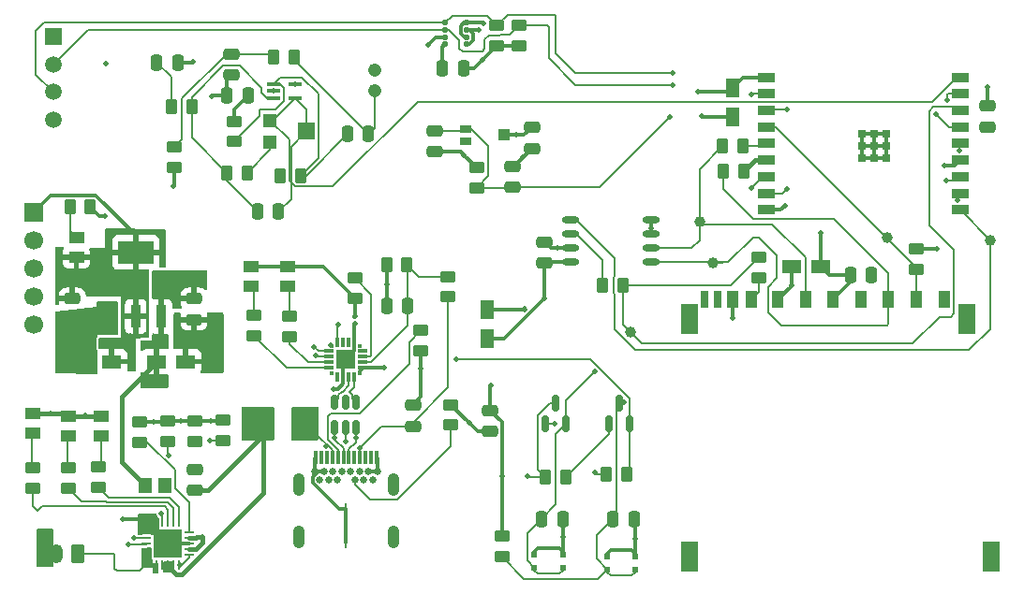
<source format=gbr>
%TF.GenerationSoftware,KiCad,Pcbnew,9.0.3*%
%TF.CreationDate,2025-09-24T14:37:44+05:30*%
%TF.ProjectId,esp_32,6573705f-3332-42e6-9b69-6361645f7063,rev?*%
%TF.SameCoordinates,Original*%
%TF.FileFunction,Copper,L1,Top*%
%TF.FilePolarity,Positive*%
%FSLAX46Y46*%
G04 Gerber Fmt 4.6, Leading zero omitted, Abs format (unit mm)*
G04 Created by KiCad (PCBNEW 9.0.3) date 2025-09-24 14:37:44*
%MOMM*%
%LPD*%
G01*
G04 APERTURE LIST*
G04 Aperture macros list*
%AMRoundRect*
0 Rectangle with rounded corners*
0 $1 Rounding radius*
0 $2 $3 $4 $5 $6 $7 $8 $9 X,Y pos of 4 corners*
0 Add a 4 corners polygon primitive as box body*
4,1,4,$2,$3,$4,$5,$6,$7,$8,$9,$2,$3,0*
0 Add four circle primitives for the rounded corners*
1,1,$1+$1,$2,$3*
1,1,$1+$1,$4,$5*
1,1,$1+$1,$6,$7*
1,1,$1+$1,$8,$9*
0 Add four rect primitives between the rounded corners*
20,1,$1+$1,$2,$3,$4,$5,0*
20,1,$1+$1,$4,$5,$6,$7,0*
20,1,$1+$1,$6,$7,$8,$9,0*
20,1,$1+$1,$8,$9,$2,$3,0*%
G04 Aperture macros list end*
%TA.AperFunction,SMDPad,CuDef*%
%ADD10RoundRect,0.250000X0.450000X-0.262500X0.450000X0.262500X-0.450000X0.262500X-0.450000X-0.262500X0*%
%TD*%
%TA.AperFunction,SMDPad,CuDef*%
%ADD11RoundRect,0.250000X-0.475000X0.250000X-0.475000X-0.250000X0.475000X-0.250000X0.475000X0.250000X0*%
%TD*%
%TA.AperFunction,SMDPad,CuDef*%
%ADD12R,1.100000X0.800000*%
%TD*%
%TA.AperFunction,SMDPad,CuDef*%
%ADD13R,1.100000X1.000000*%
%TD*%
%TA.AperFunction,SMDPad,CuDef*%
%ADD14RoundRect,0.250000X0.475000X-0.250000X0.475000X0.250000X-0.475000X0.250000X-0.475000X-0.250000X0*%
%TD*%
%TA.AperFunction,SMDPad,CuDef*%
%ADD15RoundRect,0.250000X-0.262500X-0.450000X0.262500X-0.450000X0.262500X0.450000X-0.262500X0.450000X0*%
%TD*%
%TA.AperFunction,ComponentPad*%
%ADD16RoundRect,0.250000X0.350000X0.625000X-0.350000X0.625000X-0.350000X-0.625000X0.350000X-0.625000X0*%
%TD*%
%TA.AperFunction,ComponentPad*%
%ADD17O,1.200000X1.750000*%
%TD*%
%TA.AperFunction,SMDPad,CuDef*%
%ADD18RoundRect,0.250000X-0.450000X0.262500X-0.450000X-0.262500X0.450000X-0.262500X0.450000X0.262500X0*%
%TD*%
%TA.AperFunction,SMDPad,CuDef*%
%ADD19O,1.600000X0.600000*%
%TD*%
%TA.AperFunction,SMDPad,CuDef*%
%ADD20RoundRect,0.250000X0.250000X0.475000X-0.250000X0.475000X-0.250000X-0.475000X0.250000X-0.475000X0*%
%TD*%
%TA.AperFunction,SMDPad,CuDef*%
%ADD21RoundRect,0.250000X0.262500X0.450000X-0.262500X0.450000X-0.262500X-0.450000X0.262500X-0.450000X0*%
%TD*%
%TA.AperFunction,SMDPad,CuDef*%
%ADD22RoundRect,0.250000X-0.250000X-0.475000X0.250000X-0.475000X0.250000X0.475000X-0.250000X0.475000X0*%
%TD*%
%TA.AperFunction,ComponentPad*%
%ADD23R,1.508000X1.508000*%
%TD*%
%TA.AperFunction,ComponentPad*%
%ADD24C,1.508000*%
%TD*%
%TA.AperFunction,SMDPad,CuDef*%
%ADD25C,1.000000*%
%TD*%
%TA.AperFunction,SMDPad,CuDef*%
%ADD26R,1.200000X1.200000*%
%TD*%
%TA.AperFunction,SMDPad,CuDef*%
%ADD27R,1.500000X1.600000*%
%TD*%
%TA.AperFunction,SMDPad,CuDef*%
%ADD28R,1.230000X1.800000*%
%TD*%
%TA.AperFunction,SMDPad,CuDef*%
%ADD29R,1.200000X1.470000*%
%TD*%
%TA.AperFunction,SMDPad,CuDef*%
%ADD30R,1.500000X0.900000*%
%TD*%
%TA.AperFunction,SMDPad,CuDef*%
%ADD31R,0.700000X0.700000*%
%TD*%
%TA.AperFunction,ComponentPad*%
%ADD32C,0.400000*%
%TD*%
%TA.AperFunction,SMDPad,CuDef*%
%ADD33R,1.400000X1.000000*%
%TD*%
%TA.AperFunction,SMDPad,CuDef*%
%ADD34RoundRect,0.100000X-0.495000X-0.100000X0.495000X-0.100000X0.495000X0.100000X-0.495000X0.100000X0*%
%TD*%
%TA.AperFunction,SMDPad,CuDef*%
%ADD35R,1.800000X1.230000*%
%TD*%
%TA.AperFunction,SMDPad,CuDef*%
%ADD36RoundRect,0.150000X-0.150000X0.512500X-0.150000X-0.512500X0.150000X-0.512500X0.150000X0.512500X0*%
%TD*%
%TA.AperFunction,SMDPad,CuDef*%
%ADD37R,0.300000X1.200000*%
%TD*%
%TA.AperFunction,ComponentPad*%
%ADD38C,0.650000*%
%TD*%
%TA.AperFunction,SMDPad,CuDef*%
%ADD39R,0.200000X1.000000*%
%TD*%
%TA.AperFunction,ComponentPad*%
%ADD40O,1.050000X2.100000*%
%TD*%
%TA.AperFunction,SMDPad,CuDef*%
%ADD41RoundRect,0.062500X0.350000X0.062500X-0.350000X0.062500X-0.350000X-0.062500X0.350000X-0.062500X0*%
%TD*%
%TA.AperFunction,SMDPad,CuDef*%
%ADD42RoundRect,0.062500X0.062500X0.350000X-0.062500X0.350000X-0.062500X-0.350000X0.062500X-0.350000X0*%
%TD*%
%TA.AperFunction,HeatsinkPad*%
%ADD43R,2.500000X2.500000*%
%TD*%
%TA.AperFunction,SMDPad,CuDef*%
%ADD44RoundRect,0.056250X0.188750X0.168750X-0.188750X0.168750X-0.188750X-0.168750X0.188750X-0.168750X0*%
%TD*%
%TA.AperFunction,SMDPad,CuDef*%
%ADD45R,0.950000X2.150000*%
%TD*%
%TA.AperFunction,SMDPad,CuDef*%
%ADD46R,3.250000X2.150000*%
%TD*%
%TA.AperFunction,ComponentPad*%
%ADD47C,1.208000*%
%TD*%
%TA.AperFunction,SMDPad,CuDef*%
%ADD48RoundRect,0.150000X0.150000X-0.587500X0.150000X0.587500X-0.150000X0.587500X-0.150000X-0.587500X0*%
%TD*%
%TA.AperFunction,SMDPad,CuDef*%
%ADD49R,0.300000X0.300000*%
%TD*%
%TA.AperFunction,SMDPad,CuDef*%
%ADD50R,0.300000X0.900000*%
%TD*%
%TA.AperFunction,SMDPad,CuDef*%
%ADD51R,0.900000X0.300000*%
%TD*%
%TA.AperFunction,SMDPad,CuDef*%
%ADD52R,1.800000X1.800000*%
%TD*%
%TA.AperFunction,ComponentPad*%
%ADD53R,1.700000X1.700000*%
%TD*%
%TA.AperFunction,ComponentPad*%
%ADD54C,1.700000*%
%TD*%
%TA.AperFunction,SMDPad,CuDef*%
%ADD55R,0.550000X0.570000*%
%TD*%
%TA.AperFunction,SMDPad,CuDef*%
%ADD56R,1.000000X1.500000*%
%TD*%
%TA.AperFunction,SMDPad,CuDef*%
%ADD57R,0.700000X1.500000*%
%TD*%
%TA.AperFunction,SMDPad,CuDef*%
%ADD58R,1.500000X2.800000*%
%TD*%
%TA.AperFunction,SMDPad,CuDef*%
%ADD59R,0.910000X2.810000*%
%TD*%
%TA.AperFunction,ViaPad*%
%ADD60C,0.500000*%
%TD*%
%TA.AperFunction,Conductor*%
%ADD61C,0.300000*%
%TD*%
%TA.AperFunction,Conductor*%
%ADD62C,0.200000*%
%TD*%
%TA.AperFunction,Conductor*%
%ADD63C,0.400000*%
%TD*%
G04 APERTURE END LIST*
D10*
%TO.P,R21,1*%
%TO.N,/ESP32-c3-02/PHOTO_C*%
X151755000Y-100642500D03*
%TO.P,R21,2*%
%TO.N,GND*%
X151755000Y-98817500D03*
%TD*%
D11*
%TO.P,C25,1*%
%TO.N,/ESP32-c3-02/PHOTO_C*%
X148005000Y-95492500D03*
%TO.P,C25,2*%
%TO.N,GND*%
X148005000Y-97392500D03*
%TD*%
D12*
%TO.P,Q1,1*%
%TO.N,/ESP32-c3-02/PHOTO_C*%
X150745000Y-95342500D03*
%TO.P,Q1,2*%
%TO.N,N/C*%
X150745000Y-96442500D03*
D13*
%TO.P,Q1,3*%
%TO.N,+3.3V*%
X154255000Y-95892500D03*
%TD*%
D11*
%TO.P,C23,1*%
%TO.N,+3.3V*%
X156755000Y-95192500D03*
%TO.P,C23,2*%
%TO.N,GND*%
X156755000Y-97092500D03*
%TD*%
D14*
%TO.P,C24,1*%
%TO.N,/ESP32-c3-02/PHOTO_C*%
X155005000Y-100592500D03*
%TO.P,C24,2*%
%TO.N,GND*%
X155005000Y-98692500D03*
%TD*%
D10*
%TO.P,R11,1*%
%TO.N,+3.3V*%
X140750000Y-110662500D03*
%TO.P,R11,2*%
%TO.N,Net-(U4-~{RST})*%
X140750000Y-108837500D03*
%TD*%
D15*
%TO.P,R20,1*%
%TO.N,/ESP32-c3-02/SCLK*%
X173987500Y-96900000D03*
%TO.P,R20,2*%
%TO.N,Net-(U3-IO6)*%
X175812500Y-96900000D03*
%TD*%
D16*
%TO.P,J5,1,1*%
%TO.N,/VBAT*%
X115750000Y-133750000D03*
D17*
%TO.P,J5,2,2*%
%TO.N,GND*%
X113750000Y-133750000D03*
%TD*%
D18*
%TO.P,R26,1*%
%TO.N,Net-(C16-Pad2)*%
X124430000Y-96975000D03*
%TO.P,R26,2*%
%TO.N,+3.3V*%
X124430000Y-98800000D03*
%TD*%
D19*
%TO.P,U6,1,~{CS}*%
%TO.N,/ESP32-c3-02/CS*%
X160300000Y-103595000D03*
%TO.P,U6,2,DO(IO1)*%
%TO.N,Net-(U6-DO(IO1))*%
X160300000Y-104865000D03*
%TO.P,U6,3,~{WP}(IO2)*%
%TO.N,+3.3V*%
X160300000Y-106135000D03*
%TO.P,U6,4,GND*%
%TO.N,GND*%
X160300000Y-107405000D03*
%TO.P,U6,5,DI(IO0)*%
%TO.N,/ESP32-c3-02/MOSI_DI*%
X167500000Y-107405000D03*
%TO.P,U6,6,CLK*%
%TO.N,/ESP32-c3-02/SCLK*%
X167500000Y-106135000D03*
%TO.P,U6,7,~{HOLD}/~{RESET}(IO3)*%
%TO.N,+3.3V*%
X167500000Y-104865000D03*
%TO.P,U6,8,VCC*%
X167500000Y-103595000D03*
%TD*%
D20*
%TO.P,C11,2*%
%TO.N,GND*%
X143625000Y-111350000D03*
%TO.P,C11,1*%
%TO.N,Net-(U4-VBUS)*%
X145525000Y-111350000D03*
%TD*%
D21*
%TO.P,R13,1*%
%TO.N,Net-(U4-VBUS)*%
X145450000Y-107600000D03*
%TO.P,R13,2*%
%TO.N,GND*%
X143625000Y-107600000D03*
%TD*%
D20*
%TO.P,C15,1*%
%TO.N,+3.3V*%
X150600000Y-89862500D03*
%TO.P,C15,2*%
%TO.N,GND*%
X148700000Y-89862500D03*
%TD*%
D22*
%TO.P,C19,1*%
%TO.N,Net-(C19-Pad1)*%
X122850000Y-89300000D03*
%TO.P,C19,2*%
%TO.N,GND*%
X124750000Y-89300000D03*
%TD*%
D23*
%TO.P,J4,1,1*%
%TO.N,+3.3V*%
X113500000Y-87000000D03*
D24*
%TO.P,J4,2,2*%
%TO.N,/ESP32-c3-02/SDA*%
X113500000Y-89500000D03*
%TO.P,J4,3,3*%
%TO.N,/ESP32-c3-02/SCL*%
X113500000Y-92000000D03*
%TO.P,J4,4,4*%
%TO.N,GND*%
X113500000Y-94500000D03*
%TD*%
D10*
%TO.P,R14,1*%
%TO.N,Net-(U4-~{TXT}{slash}GPIO.2)*%
X131650000Y-114025000D03*
%TO.P,R14,2*%
%TO.N,Net-(LED6-K)*%
X131650000Y-112200000D03*
%TD*%
D20*
%TO.P,C17,1*%
%TO.N,Net-(C17-Pad1)*%
X142000000Y-95800000D03*
%TO.P,C17,2*%
%TO.N,Net-(U7-IN+)*%
X140100000Y-95800000D03*
%TD*%
D25*
%TO.P,TP4,1,1*%
%TO.N,/ESP32-c3-02/CS_SD*%
X188900000Y-105200000D03*
%TD*%
%TO.P,TP2,1,1*%
%TO.N,/ESP32-c3-02/MOSI_DI*%
X173150000Y-107450000D03*
%TD*%
D21*
%TO.P,R34,1*%
%TO.N,/ESP32-c3-02/RTS*%
X165332500Y-126580000D03*
%TO.P,R34,2*%
%TO.N,Net-(Q3-B)*%
X163507500Y-126580000D03*
%TD*%
D10*
%TO.P,R27,1*%
%TO.N,Net-(U7-IN+)*%
X129850000Y-96462500D03*
%TO.P,R27,2*%
%TO.N,+3.3V*%
X129850000Y-94637500D03*
%TD*%
D26*
%TO.P,R17,1*%
%TO.N,/ESP32-c3-02/MIC_OUT*%
X133100000Y-94550000D03*
D27*
%TO.P,R17,2*%
X136350000Y-95550000D03*
D26*
%TO.P,R17,3*%
%TO.N,Net-(R17-Pad3)*%
X133100000Y-96550000D03*
%TD*%
D18*
%TO.P,R1,1*%
%TO.N,GND*%
X121320000Y-121850000D03*
%TO.P,R1,2*%
%TO.N,Net-(U1-THERM)*%
X121320000Y-123675000D03*
%TD*%
D28*
%TO.P,C7,1*%
%TO.N,+3.3V*%
X174900000Y-91590000D03*
%TO.P,C7,2*%
%TO.N,GND*%
X174900000Y-94210000D03*
%TD*%
D29*
%TO.P,FB1,1*%
%TO.N,+5V*%
X121850000Y-127600000D03*
%TO.P,FB1,2*%
%TO.N,Net-(FB1-Pad2)*%
X123570000Y-127600000D03*
%TD*%
D18*
%TO.P,R4,1*%
%TO.N,Net-(J1-CC1)*%
X146750000Y-113587500D03*
%TO.P,R4,2*%
%TO.N,GND*%
X146750000Y-115412500D03*
%TD*%
D22*
%TO.P,C12,1*%
%TO.N,+3.3V*%
X185575000Y-108550000D03*
%TO.P,C12,2*%
%TO.N,GND*%
X187475000Y-108550000D03*
%TD*%
D25*
%TO.P,TP1,1,1*%
%TO.N,/ESP32-c3-02/MISO_DO*%
X165650000Y-113700000D03*
%TD*%
D30*
%TO.P,U3,1,3V3*%
%TO.N,+3.3V*%
X177940000Y-90650000D03*
%TO.P,U3,2,EN*%
%TO.N,/ESP32-c3-02/EN*%
X177940000Y-92150000D03*
%TO.P,U3,3,IO4*%
%TO.N,/ESP32-c3-02/SDA*%
X177940000Y-93650000D03*
%TO.P,U3,4,IO5*%
%TO.N,/ESP32-c3-02/CS_SD*%
X177940000Y-95150000D03*
%TO.P,U3,5,IO6*%
%TO.N,Net-(U3-IO6)*%
X177940000Y-96650000D03*
%TO.P,U3,6,IO7*%
%TO.N,Net-(U3-IO7)*%
X177940000Y-98150000D03*
%TO.P,U3,7,IO8*%
%TO.N,/ESP32-c3-02/GPIO8*%
X177940000Y-99650000D03*
%TO.P,U3,8,IO9*%
%TO.N,/ESP32-c3-02/BOOT*%
X177940000Y-101150000D03*
%TO.P,U3,9,GND*%
%TO.N,GND*%
X177940000Y-102650000D03*
%TO.P,U3,10,IO10*%
%TO.N,/ESP32-c3-02/CS*%
X195440000Y-102650000D03*
%TO.P,U3,11,RXD*%
%TO.N,/ESP32-c3-02/TX_RX*%
X195440000Y-101150000D03*
%TO.P,U3,12,TXD*%
%TO.N,/ESP32-c3-02/RX_TX*%
X195440000Y-99650000D03*
%TO.P,U3,13,IO18*%
%TO.N,/ESP32-c3-02/GPIO18*%
X195440000Y-98150000D03*
%TO.P,U3,14,IO19*%
%TO.N,/ESP32-c3-02/GPIO19*%
X195440000Y-96650000D03*
%TO.P,U3,15,IO3*%
%TO.N,/ESP32-c3-02/SCL*%
X195440000Y-95150000D03*
%TO.P,U3,16,IO2*%
%TO.N,/ESP32-c3-02/MISO_DO*%
X195440000Y-93650000D03*
%TO.P,U3,17,IO1*%
%TO.N,/ESP32-c3-02/PHOTO_C*%
X195440000Y-92150000D03*
%TO.P,U3,18,IO0*%
%TO.N,/ESP32-c3-02/MIC_OUT*%
X195440000Y-90650000D03*
D31*
%TO.P,U3,19,GND*%
%TO.N,GND*%
X186550000Y-95750000D03*
%TO.P,U3,20,GND*%
X187650000Y-95750000D03*
%TO.P,U3,21,GND*%
X188750000Y-95750000D03*
%TO.P,U3,22,GND*%
X186550000Y-96850000D03*
%TO.P,U3,23,GND*%
X187650000Y-96850000D03*
%TO.P,U3,24,GND*%
X188750000Y-96850000D03*
%TO.P,U3,25,GND*%
X186550000Y-97950000D03*
%TO.P,U3,26,GND*%
X187650000Y-97950000D03*
%TO.P,U3,27,GND*%
X188750000Y-97950000D03*
D32*
%TO.P,U3,28,GND*%
X187100000Y-95750000D03*
%TO.P,U3,29,GND*%
X188200000Y-95750000D03*
%TO.P,U3,30,GND*%
X186550000Y-96300000D03*
%TO.P,U3,31,GND*%
X187650000Y-96300000D03*
%TO.P,U3,32,GND*%
X188750000Y-96300000D03*
%TO.P,U3,33,GND*%
X187100000Y-96850000D03*
%TO.P,U3,34,GND*%
X188200000Y-96850000D03*
%TO.P,U3,35,GND*%
X186550000Y-97400000D03*
%TO.P,U3,36,GND*%
X187650000Y-97400000D03*
%TO.P,U3,37,GND*%
X188750000Y-97400000D03*
%TO.P,U3,38,GND*%
X187100000Y-97950000D03*
%TO.P,U3,39,GND*%
X188200000Y-97950000D03*
%TD*%
D14*
%TO.P,C10,1*%
%TO.N,GND*%
X153000000Y-122700000D03*
%TO.P,C10,2*%
%TO.N,+3.3V*%
X153000000Y-120800000D03*
%TD*%
D15*
%TO.P,R31,1*%
%TO.N,Net-(U7-IN-)*%
X129187500Y-99300000D03*
%TO.P,R31,2*%
%TO.N,Net-(R17-Pad3)*%
X131012500Y-99300000D03*
%TD*%
D14*
%TO.P,C8,1*%
%TO.N,+3.3V*%
X197900000Y-95150000D03*
%TO.P,C8,2*%
%TO.N,GND*%
X197900000Y-93250000D03*
%TD*%
D33*
%TO.P,LED4,1,K*%
%TO.N,Net-(LED4-K)*%
X115600000Y-105140000D03*
%TO.P,LED4,2,A*%
%TO.N,+3.3V*%
X115600000Y-106940000D03*
%TD*%
D10*
%TO.P,R16,1*%
%TO.N,Net-(J3-DAT0)*%
X177275000Y-108800000D03*
%TO.P,R16,2*%
%TO.N,/ESP32-c3-02/MISO_DO*%
X177275000Y-106975000D03*
%TD*%
D11*
%TO.P,C2,2*%
%TO.N,GND*%
X126220000Y-112590000D03*
%TO.P,C2,1*%
%TO.N,+5V*%
X126220000Y-110690000D03*
%TD*%
D10*
%TO.P,R32,1*%
%TO.N,/ESP32-c3-02/EN*%
X154040000Y-134025000D03*
%TO.P,R32,2*%
%TO.N,+3.3V*%
X154040000Y-132200000D03*
%TD*%
D34*
%TO.P,U7,1,IN+*%
%TO.N,Net-(U7-IN+)*%
X133430000Y-91250000D03*
%TO.P,U7,2,GND*%
%TO.N,GND*%
X133430000Y-91900000D03*
%TO.P,U7,3,IN-*%
%TO.N,Net-(U7-IN-)*%
X133430000Y-92550000D03*
%TO.P,U7,4,OUT*%
%TO.N,/ESP32-c3-02/MIC_OUT*%
X135350000Y-92550000D03*
%TO.P,U7,5,VCC*%
%TO.N,+3.3V*%
X135350000Y-91250000D03*
%TD*%
D25*
%TO.P,TP3,1,1*%
%TO.N,/ESP32-c3-02/SCLK*%
X171900000Y-103700000D03*
%TD*%
D14*
%TO.P,C1,1*%
%TO.N,/VBUS*%
X146000000Y-122250000D03*
%TO.P,C1,2*%
%TO.N,GND*%
X146000000Y-120350000D03*
%TD*%
D35*
%TO.P,C5,1*%
%TO.N,+3.3V*%
X118780000Y-116390000D03*
%TO.P,C5,2*%
%TO.N,GND*%
X116160000Y-116390000D03*
%TD*%
D10*
%TO.P,R6,1*%
%TO.N,Net-(U1-PROG3)*%
X128820000Y-123512500D03*
%TO.P,R6,2*%
%TO.N,GND*%
X128820000Y-121687500D03*
%TD*%
D22*
%TO.P,C21,1*%
%TO.N,/ESP32-c3-02/BOOT*%
X157640000Y-130612500D03*
%TO.P,C21,2*%
%TO.N,GND*%
X159540000Y-130612500D03*
%TD*%
D36*
%TO.P,U5,1,I/O1*%
%TO.N,/ESP32-c3-02/USB_D-*%
X140850000Y-120062500D03*
%TO.P,U5,2,GND*%
%TO.N,GND*%
X139900000Y-120062500D03*
%TO.P,U5,3,I/O2*%
%TO.N,/ESP32-c3-02/USB_D+*%
X138950000Y-120062500D03*
%TO.P,U5,4,I/O2*%
%TO.N,/USB_DP*%
X138950000Y-122337500D03*
%TO.P,U5,5,VBUS*%
%TO.N,/VBUS*%
X139900000Y-122337500D03*
%TO.P,U5,6,I/O1*%
%TO.N,/USB_DN*%
X140850000Y-122337500D03*
%TD*%
D10*
%TO.P,R19,1*%
%TO.N,/ESP32-c3-02/CS_SD*%
X191500000Y-108050000D03*
%TO.P,R19,2*%
%TO.N,+3.3V*%
X191500000Y-106225000D03*
%TD*%
D22*
%TO.P,C22,1*%
%TO.N,/ESP32-c3-02/EN*%
X164090000Y-130612500D03*
%TO.P,C22,2*%
%TO.N,GND*%
X165990000Y-130612500D03*
%TD*%
D25*
%TO.P,TP5,1,1*%
%TO.N,/ESP32-c3-02/CS*%
X198150000Y-105450000D03*
%TD*%
D11*
%TO.P,C4,1*%
%TO.N,+3.3V*%
X115220000Y-110690000D03*
%TO.P,C4,2*%
%TO.N,GND*%
X115220000Y-112590000D03*
%TD*%
D21*
%TO.P,R28,1*%
%TO.N,Net-(C17-Pad1)*%
X135262500Y-88800000D03*
%TO.P,R28,2*%
%TO.N,Net-(C16-Pad2)*%
X133437500Y-88800000D03*
%TD*%
D33*
%TO.P,LED1,1,K*%
%TO.N,Net-(LED1-K)*%
X114900000Y-123100000D03*
%TO.P,LED1,2,A*%
%TO.N,/+5V_USB*%
X114900000Y-121300000D03*
%TD*%
D22*
%TO.P,C20,1*%
%TO.N,Net-(U7-IN-)*%
X131980000Y-102800000D03*
%TO.P,C20,2*%
%TO.N,/ESP32-c3-02/MIC_OUT*%
X133880000Y-102800000D03*
%TD*%
D10*
%TO.P,R5,1*%
%TO.N,Net-(U1-PROG1)*%
X126320000Y-123600000D03*
%TO.P,R5,2*%
%TO.N,GND*%
X126320000Y-121775000D03*
%TD*%
D37*
%TO.P,J1,A1,GNDA1*%
%TO.N,GND*%
X137230000Y-125100000D03*
%TO.P,J1,A2,SSTXP1*%
%TO.N,unconnected-(J1-SSTXP1-PadA2)*%
X137730000Y-125100000D03*
%TO.P,J1,A3,SSTXN1*%
%TO.N,unconnected-(J1-SSTXN1-PadA3)*%
X138230000Y-125100000D03*
%TO.P,J1,A4,VBUSA1*%
%TO.N,/VBUS*%
X138730000Y-125100000D03*
%TO.P,J1,A5,CC1*%
%TO.N,Net-(J1-CC1)*%
X139230000Y-125100000D03*
%TO.P,J1,A6,DP1*%
%TO.N,/USB_DP*%
X139730000Y-125100000D03*
%TO.P,J1,A7,DN1*%
%TO.N,/USB_DN*%
X140230000Y-125100000D03*
%TO.P,J1,A8,SBU1*%
%TO.N,unconnected-(J1-SBU1-PadA8)*%
X140730000Y-125100000D03*
%TO.P,J1,A9,VBUSA2*%
%TO.N,/VBUS*%
X141230000Y-125100000D03*
%TO.P,J1,A10,SSRXN2*%
%TO.N,unconnected-(J1-SSRXN2-PadA10)*%
X141730000Y-125100000D03*
%TO.P,J1,A11,SSRXP2*%
%TO.N,unconnected-(J1-SSRXP2-PadA11)*%
X142230000Y-125100000D03*
%TO.P,J1,A12,GNDA2*%
%TO.N,GND*%
X142730000Y-125100000D03*
D38*
%TO.P,J1,B1,GNDB1*%
X142780000Y-126350000D03*
%TO.P,J1,B2,SSTXP2*%
%TO.N,unconnected-(J1-SSTXP2-PadB2)*%
X142380000Y-127060000D03*
%TO.P,J1,B3,SSTXN2*%
%TO.N,unconnected-(J1-SSTXN2-PadB3)*%
X141580000Y-127060000D03*
%TO.P,J1,B4,VBUSB1*%
%TO.N,/VBUS*%
X141180000Y-126350000D03*
%TO.P,J1,B5,CC2*%
%TO.N,Net-(J1-CC2)*%
X140780000Y-127060000D03*
%TO.P,J1,B6,DP2*%
%TO.N,/USB_DP*%
X140380000Y-126350000D03*
%TO.P,J1,B7,DN2*%
%TO.N,/USB_DN*%
X139580000Y-126350000D03*
%TO.P,J1,B8,SBU2*%
%TO.N,unconnected-(J1-SBU2-PadB8)*%
X139180000Y-127060000D03*
%TO.P,J1,B9,VBUSB2*%
%TO.N,/VBUS*%
X138780000Y-126350000D03*
%TO.P,J1,B10,SSRXN1*%
%TO.N,unconnected-(J1-SSRXN1-PadB10)*%
X138380000Y-127060000D03*
%TO.P,J1,B11,SSRXP1*%
%TO.N,unconnected-(J1-SSRXP1-PadB11)*%
X137580000Y-127060000D03*
%TO.P,J1,B12,GNDB2*%
%TO.N,GND*%
X137180000Y-126350000D03*
%TO.P,J1,G1,GND/SHIELD*%
X141980000Y-126350000D03*
%TO.P,J1,G2,GND/SHIELD*%
X137980000Y-126350000D03*
D39*
%TO.P,J1,G3,GND/SHIELD*%
X139980000Y-129680000D03*
%TO.P,J1,G4,GND/SHIELD*%
X139980000Y-132780000D03*
D40*
%TO.P,J1,S1,GND/SHIELD*%
X135710000Y-127500000D03*
%TO.P,J1,S2,GND/SHIELD*%
X144250000Y-127500000D03*
%TO.P,J1,S3,GND/SHIELD*%
X135710000Y-132230000D03*
%TO.P,J1,S4,GND/SHIELD*%
X144250000Y-132230000D03*
%TD*%
D41*
%TO.P,U1,1,OUT*%
%TO.N,Net-(FB1-Pad2)*%
X125812500Y-133875000D03*
%TO.P,U1,2,VPCC*%
%TO.N,/+5V_USB*%
X125812500Y-133375000D03*
%TO.P,U1,3,SEL*%
%TO.N,GND*%
X125812500Y-132875000D03*
%TO.P,U1,4,PROG2*%
%TO.N,/+5V_USB*%
X125812500Y-132375000D03*
%TO.P,U1,5,THERM*%
%TO.N,Net-(U1-THERM)*%
X125812500Y-131875000D03*
D42*
%TO.P,U1,6,~{PG}*%
%TO.N,/Charging_power_good*%
X124875000Y-130937500D03*
%TO.P,U1,7,STAT2*%
%TO.N,/Charging*%
X124375000Y-130937500D03*
%TO.P,U1,8,STAT1/~{LBO}*%
%TO.N,/Charged*%
X123875000Y-130937500D03*
%TO.P,U1,9,~{TE}*%
%TO.N,Net-(U1-~{TE})*%
X123375000Y-130937500D03*
%TO.P,U1,10,V_{SS}*%
%TO.N,GND*%
X122875000Y-130937500D03*
D41*
%TO.P,U1,11,V_{SS}*%
X121937500Y-131875000D03*
%TO.P,U1,12,PROG3*%
%TO.N,Net-(U1-PROG3)*%
X121937500Y-132375000D03*
%TO.P,U1,13,PROG1*%
%TO.N,Net-(U1-PROG1)*%
X121937500Y-132875000D03*
%TO.P,U1,14,V_{BAT}*%
%TO.N,/VBAT*%
X121937500Y-133375000D03*
%TO.P,U1,15,V_{BAT}*%
X121937500Y-133875000D03*
D42*
%TO.P,U1,16,V_{BAT_SENSE}*%
X122875000Y-134812500D03*
%TO.P,U1,17,CE*%
%TO.N,/+5V_USB*%
X123375000Y-134812500D03*
%TO.P,U1,18,IN*%
X123875000Y-134812500D03*
%TO.P,U1,19,IN*%
X124375000Y-134812500D03*
%TO.P,U1,20,OUT*%
%TO.N,Net-(FB1-Pad2)*%
X124875000Y-134812500D03*
D43*
%TO.P,U1,21,V_{SS}*%
%TO.N,GND*%
X123875000Y-132875000D03*
%TD*%
D18*
%TO.P,R2,1*%
%TO.N,GND*%
X123820000Y-121775000D03*
%TO.P,R2,2*%
%TO.N,Net-(U1-~{TE})*%
X123820000Y-123600000D03*
%TD*%
D10*
%TO.P,R7,1*%
%TO.N,/Charging*%
X114900000Y-127862500D03*
%TO.P,R7,2*%
%TO.N,Net-(LED1-K)*%
X114900000Y-126037500D03*
%TD*%
D44*
%TO.P,U2,1,GND*%
%TO.N,GND*%
X148930000Y-87675000D03*
%TO.P,U2,2,CSB*%
%TO.N,+3.3V*%
X148930000Y-87025000D03*
%TO.P,U2,3,SDI*%
%TO.N,/ESP32-c3-02/SDA*%
X148930000Y-86375000D03*
%TO.P,U2,4,SCK*%
%TO.N,/ESP32-c3-02/SCL*%
X148930000Y-85725000D03*
%TO.P,U2,5,SDO*%
%TO.N,GND*%
X150870000Y-85725000D03*
%TO.P,U2,6,VDDIO*%
%TO.N,+3.3V*%
X150870000Y-86375000D03*
%TO.P,U2,7,GND*%
%TO.N,GND*%
X150870000Y-87025000D03*
%TO.P,U2,8,VDD*%
%TO.N,+3.3V*%
X150870000Y-87675000D03*
%TD*%
D11*
%TO.P,C6,1*%
%TO.N,GND*%
X126320000Y-126150000D03*
%TO.P,C6,2*%
%TO.N,/+5V_USB*%
X126320000Y-128050000D03*
%TD*%
D10*
%TO.P,R8,1*%
%TO.N,/Charged*%
X111650000Y-127862500D03*
%TO.P,R8,2*%
%TO.N,Net-(LED2-K)*%
X111650000Y-126037500D03*
%TD*%
D33*
%TO.P,LED6,1,K*%
%TO.N,Net-(LED6-K)*%
X131400000Y-109600000D03*
%TO.P,LED6,2,A*%
%TO.N,+3.3V*%
X131400000Y-107800000D03*
%TD*%
D10*
%TO.P,R12,1*%
%TO.N,/VBUS*%
X149200000Y-110512500D03*
%TO.P,R12,2*%
%TO.N,Net-(U4-VBUS)*%
X149200000Y-108687500D03*
%TD*%
D45*
%TO.P,VR1,1,GND*%
%TO.N,GND*%
X118670000Y-112290000D03*
%TO.P,VR1,2,VOUT_2*%
%TO.N,+3.3V*%
X120970000Y-112290000D03*
%TO.P,VR1,3,VIN*%
%TO.N,+5V*%
X123270000Y-112290000D03*
D46*
%TO.P,VR1,4,VOUT_4*%
%TO.N,+3.3V*%
X120970000Y-106490000D03*
%TD*%
D35*
%TO.P,C3,1*%
%TO.N,+5V*%
X122850000Y-116390000D03*
%TO.P,C3,2*%
%TO.N,GND*%
X125470000Y-116390000D03*
%TD*%
D21*
%TO.P,R10,1*%
%TO.N,GND*%
X116850000Y-102390000D03*
%TO.P,R10,2*%
%TO.N,Net-(LED4-K)*%
X115025000Y-102390000D03*
%TD*%
D47*
%TO.P,MK1,GND*%
%TO.N,GND*%
X142557500Y-89990000D03*
%TO.P,MK1,OUT*%
%TO.N,Net-(C17-Pad1)*%
X142557500Y-91890000D03*
%TD*%
D15*
%TO.P,R29,1*%
%TO.N,GND*%
X134025000Y-99550000D03*
%TO.P,R29,2*%
%TO.N,Net-(U7-IN+)*%
X135850000Y-99550000D03*
%TD*%
D20*
%TO.P,C18,1*%
%TO.N,+3.3V*%
X131100000Y-92300000D03*
%TO.P,C18,2*%
%TO.N,GND*%
X129200000Y-92300000D03*
%TD*%
D21*
%TO.P,R18,1*%
%TO.N,Net-(U3-IO7)*%
X175900000Y-99150000D03*
%TO.P,R18,2*%
%TO.N,/ESP32-c3-02/MOSI_DI*%
X174075000Y-99150000D03*
%TD*%
D10*
%TO.P,R24,1*%
%TO.N,+3.3V*%
X153600000Y-87775000D03*
%TO.P,R24,2*%
%TO.N,/ESP32-c3-02/SCL*%
X153600000Y-85950000D03*
%TD*%
D15*
%TO.P,R30,1*%
%TO.N,Net-(C19-Pad1)*%
X124187500Y-93300000D03*
%TO.P,R30,2*%
%TO.N,Net-(U7-IN-)*%
X126012500Y-93300000D03*
%TD*%
D48*
%TO.P,Q2,1,B*%
%TO.N,Net-(Q2-B)*%
X163720000Y-122017500D03*
%TO.P,Q2,2,E*%
%TO.N,/ESP32-c3-02/RTS*%
X165620000Y-122017500D03*
%TO.P,Q2,3,C*%
%TO.N,/ESP32-c3-02/EN*%
X164670000Y-120142500D03*
%TD*%
D49*
%TO.P,U4,1,RS485/GPIO.1*%
%TO.N,unconnected-(U4-RS485{slash}GPIO.1-Pad1)*%
X138700000Y-117450000D03*
D50*
%TO.P,U4,2,CLK/GPIO.0*%
%TO.N,unconnected-(U4-CLK{slash}GPIO.0-Pad2)*%
X139200000Y-117750000D03*
%TO.P,U4,3,GND*%
%TO.N,GND*%
X139700000Y-117750000D03*
%TO.P,U4,4,D+*%
%TO.N,/ESP32-c3-02/USB_D+*%
X140200000Y-117750000D03*
%TO.P,U4,5,D-*%
%TO.N,/ESP32-c3-02/USB_D-*%
X140700000Y-117750000D03*
D49*
%TO.P,U4,6,VDD*%
%TO.N,+3.3V*%
X141200000Y-117450000D03*
D51*
%TO.P,U4,7,VREGIN*%
X141500000Y-116950000D03*
%TO.P,U4,8,VBUS*%
%TO.N,Net-(U4-VBUS)*%
X141500000Y-116450000D03*
%TO.P,U4,9,~{RST}*%
%TO.N,Net-(U4-~{RST})*%
X141500000Y-115950000D03*
%TO.P,U4,10,NC*%
%TO.N,unconnected-(U4-NC-Pad10)*%
X141500000Y-115450000D03*
D49*
%TO.P,U4,11,~{SUSPEND}*%
%TO.N,unconnected-(U4-~{SUSPEND}-Pad11)*%
X141200000Y-114950000D03*
D50*
%TO.P,U4,12,GND*%
%TO.N,GND*%
X140700000Y-114650000D03*
%TO.P,U4,13,~{WAKEUP}*%
%TO.N,unconnected-(U4-~{WAKEUP}-Pad13)*%
X140200000Y-114650000D03*
%TO.P,U4,14,SUSPEND*%
%TO.N,unconnected-(U4-SUSPEND-Pad14)*%
X139700000Y-114650000D03*
%TO.P,U4,15,~{CTS}*%
%TO.N,/ESP32-c3-02/DTR*%
X139200000Y-114650000D03*
D49*
%TO.P,U4,16,~{RTS}*%
%TO.N,/ESP32-c3-02/RTS*%
X138700000Y-114950000D03*
D51*
%TO.P,U4,17,RXD*%
%TO.N,/ESP32-c3-02/RX_TX*%
X138400000Y-115450000D03*
%TO.P,U4,18,TXD*%
%TO.N,/ESP32-c3-02/TX_RX*%
X138400000Y-115950000D03*
%TO.P,U4,19,~{RXT}/GPIO.3*%
%TO.N,Net-(U4-~{RXT}{slash}GPIO.3)*%
X138400000Y-116450000D03*
%TO.P,U4,20,~{TXT}/GPIO.2*%
%TO.N,Net-(U4-~{TXT}{slash}GPIO.2)*%
X138400000Y-116950000D03*
D52*
%TO.P,U4,21,GND*%
%TO.N,GND*%
X139950000Y-116200000D03*
%TD*%
D48*
%TO.P,Q3,1,B*%
%TO.N,Net-(Q3-B)*%
X157970000Y-122017500D03*
%TO.P,Q3,2,E*%
%TO.N,/ESP32-c3-02/BOOT*%
X159870000Y-122017500D03*
%TO.P,Q3,3,C*%
%TO.N,/ESP32-c3-02/DTR*%
X158920000Y-120142500D03*
%TD*%
D10*
%TO.P,R15,1*%
%TO.N,Net-(U4-~{RXT}{slash}GPIO.3)*%
X134900000Y-114112500D03*
%TO.P,R15,2*%
%TO.N,Net-(LED5-K)*%
X134900000Y-112287500D03*
%TD*%
D14*
%TO.P,C16,1*%
%TO.N,GND*%
X129600000Y-90450000D03*
%TO.P,C16,2*%
%TO.N,Net-(C16-Pad2)*%
X129600000Y-88550000D03*
%TD*%
D28*
%TO.P,C9,1*%
%TO.N,+3.3V*%
X152750000Y-111690000D03*
%TO.P,C9,2*%
%TO.N,GND*%
X152750000Y-114310000D03*
%TD*%
D53*
%TO.P,J6,1,Pin_1*%
%TO.N,+3.3V*%
X111750000Y-102880000D03*
D54*
%TO.P,J6,2,Pin_2*%
%TO.N,/ESP32-c3-02/GPIO8*%
X111750000Y-105420000D03*
%TO.P,J6,3,Pin_3*%
%TO.N,/ESP32-c3-02/GPIO18*%
X111750000Y-107960000D03*
%TO.P,J6,4,Pin_4*%
%TO.N,/ESP32-c3-02/GPIO19*%
X111750000Y-110500000D03*
%TO.P,J6,5,Pin_5*%
%TO.N,GND*%
X111750000Y-113040000D03*
%TD*%
D55*
%TO.P,S2,1*%
%TO.N,GND*%
X163552500Y-134032500D03*
%TO.P,S2,2*%
X166102500Y-134032500D03*
%TO.P,S2,3*%
%TO.N,/ESP32-c3-02/EN*%
X163552500Y-135192500D03*
%TO.P,S2,4*%
X166102500Y-135192500D03*
%TD*%
D10*
%TO.P,R3,1*%
%TO.N,Net-(J1-CC2)*%
X149450000Y-122132500D03*
%TO.P,R3,2*%
%TO.N,GND*%
X149450000Y-120307500D03*
%TD*%
D35*
%TO.P,C13,1*%
%TO.N,+3.3V*%
X182835000Y-107800000D03*
%TO.P,C13,2*%
%TO.N,GND*%
X180215000Y-107800000D03*
%TD*%
D11*
%TO.P,C14,1*%
%TO.N,+3.3V*%
X157900000Y-105550000D03*
%TO.P,C14,2*%
%TO.N,GND*%
X157900000Y-107450000D03*
%TD*%
D56*
%TO.P,J3,1,CD/DAT3*%
%TO.N,/ESP32-c3-02/CS_SD*%
X191500000Y-110750000D03*
%TO.P,J3,2,CMD*%
%TO.N,/ESP32-c3-02/MOSI_DI*%
X189000000Y-110750000D03*
%TO.P,J3,3,VSS1*%
%TO.N,GND*%
X186500000Y-110750000D03*
%TO.P,J3,4,VDD1*%
%TO.N,+3.3V*%
X184000000Y-110750000D03*
%TO.P,J3,5,CLK*%
%TO.N,/ESP32-c3-02/SCLK*%
X181500000Y-110750000D03*
%TO.P,J3,6,VSS2*%
%TO.N,GND*%
X179000000Y-110750000D03*
%TO.P,J3,7,DAT0*%
%TO.N,Net-(J3-DAT0)*%
X176575000Y-110750000D03*
%TO.P,J3,8,DAT1*%
%TO.N,GND*%
X174875000Y-110750000D03*
%TO.P,J3,9,DAT2*%
X194000000Y-110750000D03*
D57*
%TO.P,J3,CD_IND,CD_IND*%
%TO.N,unconnected-(J3-PadCD_IND)*%
X173575000Y-110750000D03*
D58*
%TO.P,J3,G1,SHIELD_GND*%
%TO.N,GND*%
X170975000Y-112550000D03*
%TO.P,J3,G2,SHIELD_GND*%
X196075000Y-112550000D03*
%TO.P,J3,G3,SHIELD_GND*%
X198275000Y-134050000D03*
%TO.P,J3,G4,SHIELD_GND*%
X170975000Y-134050000D03*
D57*
%TO.P,J3,WP,WP*%
%TO.N,unconnected-(J3-PadWP)*%
X172375000Y-110750000D03*
%TD*%
D10*
%TO.P,R25,1*%
%TO.N,+3.3V*%
X155600000Y-87775000D03*
%TO.P,R25,2*%
%TO.N,/ESP32-c3-02/SDA*%
X155600000Y-85950000D03*
%TD*%
D59*
%TO.P,F1,1,1*%
%TO.N,/VBUS*%
X135750000Y-122000000D03*
%TO.P,F1,2,2*%
%TO.N,/+5V_USB*%
X132510000Y-122000000D03*
%TD*%
D21*
%TO.P,R22,1*%
%TO.N,/ESP32-c3-02/MISO_DO*%
X164975000Y-109500000D03*
%TO.P,R22,2*%
%TO.N,Net-(U6-DO(IO1))*%
X163150000Y-109500000D03*
%TD*%
D33*
%TO.P,LED5,1,K*%
%TO.N,Net-(LED5-K)*%
X134650000Y-109600000D03*
%TO.P,LED5,2,A*%
%TO.N,+3.3V*%
X134650000Y-107800000D03*
%TD*%
D15*
%TO.P,R33,1*%
%TO.N,/ESP32-c3-02/DTR*%
X158007500Y-126830000D03*
%TO.P,R33,2*%
%TO.N,Net-(Q2-B)*%
X159832500Y-126830000D03*
%TD*%
D33*
%TO.P,LED2,1,K*%
%TO.N,Net-(LED2-K)*%
X111650000Y-122850000D03*
%TO.P,LED2,2,A*%
%TO.N,/+5V_USB*%
X111650000Y-121050000D03*
%TD*%
D55*
%TO.P,S1,1*%
%TO.N,GND*%
X156990000Y-133862500D03*
%TO.P,S1,2*%
X159540000Y-133862500D03*
%TO.P,S1,3*%
%TO.N,/ESP32-c3-02/BOOT*%
X156990000Y-135022500D03*
%TO.P,S1,4*%
X159540000Y-135022500D03*
%TD*%
D33*
%TO.P,LED3,1,K*%
%TO.N,Net-(LED3-K)*%
X117820000Y-123150000D03*
%TO.P,LED3,2,A*%
%TO.N,/+5V_USB*%
X117820000Y-121350000D03*
%TD*%
D10*
%TO.P,R9,1*%
%TO.N,/Charging_power_good*%
X117570000Y-127762500D03*
%TO.P,R9,2*%
%TO.N,Net-(LED3-K)*%
X117570000Y-125937500D03*
%TD*%
D60*
%TO.N,GND*%
X123800000Y-131850000D03*
X119750000Y-130650000D03*
%TO.N,Net-(U1-PROG1)*%
X126202405Y-123483818D03*
%TO.N,/ESP32-c3-02/PHOTO_C*%
X194289998Y-92739998D03*
X169200000Y-94250000D03*
%TO.N,/ESP32-c3-02/TX_RX*%
X195250000Y-101799998D03*
X137200000Y-115850000D03*
%TO.N,/ESP32-c3-02/RX_TX*%
X194228525Y-99978525D03*
X137100000Y-115050000D03*
%TO.N,Net-(U1-~{TE})*%
X123300000Y-130150000D03*
X123951054Y-124898946D03*
%TO.N,Net-(U1-PROG1)*%
X120300000Y-132950000D03*
%TO.N,Net-(U1-PROG3)*%
X127700000Y-123550000D03*
X120800000Y-132350000D03*
%TO.N,/ESP32-c3-02/EN*%
X165070000Y-120100000D03*
X176600000Y-92250000D03*
%TO.N,GND*%
X180215000Y-109450000D03*
X140800000Y-112950000D03*
X112650000Y-133150000D03*
X148852500Y-87752500D03*
X179650000Y-102250000D03*
X134025000Y-99550000D03*
X122600000Y-121850000D03*
X146750000Y-117050000D03*
X196075000Y-112550000D03*
X138800000Y-118850000D03*
X117850000Y-112150000D03*
X118200000Y-103200000D03*
X155973750Y-97873750D03*
X112700000Y-134500000D03*
X139900000Y-120062500D03*
X127750000Y-121775000D03*
X186500000Y-110750000D03*
X112750000Y-131900000D03*
X166102500Y-132450000D03*
X151096250Y-121953750D03*
X159540000Y-132300000D03*
X143625000Y-109400000D03*
X129600000Y-90450000D03*
X157900000Y-110679232D03*
X125050000Y-121775000D03*
X187475000Y-108550000D03*
X114700000Y-116000000D03*
X170975000Y-134050000D03*
X114800000Y-113950000D03*
X150643750Y-97706250D03*
X125650000Y-114150000D03*
X127800000Y-92350000D03*
X152400000Y-85750000D03*
X126320000Y-126150000D03*
X126100000Y-89250000D03*
X115850000Y-116400000D03*
X172100000Y-94150000D03*
X133430000Y-91900000D03*
X174900000Y-112450000D03*
X194000000Y-110750000D03*
X198275000Y-134050000D03*
X170975000Y-112550000D03*
%TO.N,/VBUS*%
X139900000Y-123600000D03*
X137000000Y-121000000D03*
X137000000Y-122000000D03*
X137000000Y-123000000D03*
X138152330Y-124050001D03*
X141230000Y-124200000D03*
%TO.N,+3.3V*%
X154076000Y-126750000D03*
X197900000Y-95150000D03*
X171800000Y-92000000D03*
X140750000Y-112250000D03*
X121050000Y-109650000D03*
X147400000Y-87700000D03*
X118750000Y-114650000D03*
X156150000Y-111650000D03*
X152312500Y-89062500D03*
X118550000Y-108850000D03*
X143400000Y-116950000D03*
X120000000Y-110000000D03*
X117700000Y-106600000D03*
X167500000Y-104350000D03*
X159050000Y-106135000D03*
X153100000Y-118550000D03*
X193325000Y-106225000D03*
X124400000Y-100550000D03*
X152000000Y-86350000D03*
X182900000Y-104750000D03*
X135350000Y-91250000D03*
X119650000Y-108750000D03*
X116950000Y-108800000D03*
X120500000Y-114100000D03*
X120000000Y-114850000D03*
X131100000Y-92300000D03*
X155350000Y-95892500D03*
X118250000Y-89400000D03*
%TO.N,/+5V_USB*%
X131000000Y-123000000D03*
X127000000Y-132250000D03*
X113300000Y-121050000D03*
X131000000Y-122000000D03*
X116400000Y-121250000D03*
X131000000Y-121000000D03*
%TO.N,/ESP32-c3-02/BOOT*%
X162439575Y-117310425D03*
X179800000Y-100750000D03*
%TO.N,/ESP32-c3-02/SCL*%
X193300000Y-93950000D03*
X169500000Y-90250000D03*
%TO.N,/ESP32-c3-02/SDA*%
X179800000Y-93550000D03*
X169500000Y-91350000D03*
%TO.N,/ESP32-c3-02/GPIO18*%
X194000000Y-98650000D03*
%TO.N,/ESP32-c3-02/GPIO19*%
X195400000Y-97299998D03*
%TO.N,/ESP32-c3-02/GPIO8*%
X176600000Y-100650000D03*
%TO.N,/ESP32-c3-02/RTS*%
X149900000Y-116150000D03*
X138599998Y-114899998D03*
%TO.N,Net-(Q3-B)*%
X158800000Y-122050000D03*
X162450000Y-126450000D03*
%TO.N,/ESP32-c3-02/DTR*%
X156350000Y-126800000D03*
X139300000Y-113050000D03*
%TO.N,Net-(FB1-Pad2)*%
X124950000Y-134812500D03*
X123500000Y-127650000D03*
%TO.N,/USB_DN*%
X140850000Y-123300000D03*
%TO.N,/USB_DP*%
X138928483Y-123270517D03*
%TO.N,GND*%
X197900000Y-91550000D03*
%TD*%
D61*
%TO.N,+3.3V*%
X156055000Y-95892500D02*
X156755000Y-95192500D01*
D62*
%TO.N,/ESP32-c3-02/MIC_OUT*%
X136350000Y-93550000D02*
X135350000Y-92550000D01*
X133350000Y-94550000D02*
X133100000Y-94550000D01*
X135350000Y-92550000D02*
X133350000Y-94550000D01*
D61*
%TO.N,GND*%
X172160000Y-94210000D02*
X172100000Y-94150000D01*
X174900000Y-94210000D02*
X172160000Y-94210000D01*
%TO.N,+3.3V*%
X174900000Y-91590000D02*
X174490000Y-92000000D01*
X174490000Y-92000000D02*
X171800000Y-92000000D01*
%TO.N,GND*%
X117660000Y-103200000D02*
X116850000Y-102390000D01*
X118200000Y-103200000D02*
X117660000Y-103200000D01*
D62*
%TO.N,/ESP32-c3-02/MOSI_DI*%
X173955000Y-107450000D02*
X174000000Y-107405000D01*
X173150000Y-107450000D02*
X173955000Y-107450000D01*
X174000000Y-107405000D02*
X174522370Y-107405000D01*
D61*
%TO.N,GND*%
X179250000Y-102650000D02*
X179650000Y-102250000D01*
X177940000Y-102650000D02*
X179250000Y-102650000D01*
D62*
%TO.N,/Charged*%
X118124300Y-129451000D02*
X112499000Y-129451000D01*
X112499000Y-129451000D02*
X112075000Y-129875000D01*
X123588000Y-129488000D02*
X118161300Y-129488000D01*
X112075000Y-129875000D02*
X111650000Y-129450000D01*
X123875000Y-129775000D02*
X123588000Y-129488000D01*
X118161300Y-129488000D02*
X118124300Y-129451000D01*
X123875000Y-130937500D02*
X123875000Y-129775000D01*
X111650000Y-129450000D02*
X111650000Y-127862500D01*
%TO.N,Net-(U1-PROG1)*%
X121862500Y-132950000D02*
X120300000Y-132950000D01*
%TO.N,Net-(U1-PROG3)*%
X121937500Y-132375000D02*
X120825000Y-132375000D01*
%TO.N,Net-(U1-THERM)*%
X122020000Y-123675000D02*
X121320000Y-123675000D01*
%TO.N,Net-(U1-PROG1)*%
X121937500Y-132875000D02*
X121862500Y-132950000D01*
%TO.N,Net-(U1-~{TE})*%
X123356347Y-130206347D02*
X123356347Y-130950000D01*
X123300000Y-130150000D02*
X123356347Y-130206347D01*
%TO.N,/Charging*%
X118327400Y-129087000D02*
X123819900Y-129087000D01*
X118290400Y-129050000D02*
X118327400Y-129087000D01*
X116087500Y-129050000D02*
X118290400Y-129050000D01*
X114900000Y-127862500D02*
X116087500Y-129050000D01*
X123819900Y-129087000D02*
X124375000Y-129642100D01*
X124375000Y-129642100D02*
X124375000Y-130937500D01*
%TO.N,/Charging_power_good*%
X124875000Y-129575000D02*
X124875000Y-130229969D01*
X123986000Y-128686000D02*
X124875000Y-129575000D01*
X117570000Y-127762500D02*
X118493500Y-128686000D01*
X118493500Y-128686000D02*
X123986000Y-128686000D01*
D61*
%TO.N,GND*%
X150324000Y-86693288D02*
X150324000Y-86026000D01*
X150655712Y-87025000D02*
X150324000Y-86693288D01*
X150625000Y-85725000D02*
X150870000Y-85725000D01*
X150870000Y-87025000D02*
X150655712Y-87025000D01*
X150324000Y-86026000D02*
X150625000Y-85725000D01*
%TO.N,+3.3V*%
X151416000Y-87343288D02*
X151416000Y-86706712D01*
X151416000Y-86706712D02*
X151084288Y-86375000D01*
X151084288Y-86375000D02*
X150870000Y-86375000D01*
X151084288Y-87675000D02*
X151416000Y-87343288D01*
X150870000Y-87675000D02*
X151084288Y-87675000D01*
D63*
%TO.N,/+5V_USB*%
X132510000Y-123040000D02*
X132510000Y-122000000D01*
X127500000Y-128050000D02*
X132510000Y-123040000D01*
X126320000Y-128050000D02*
X127500000Y-128050000D01*
D62*
%TO.N,/USB_DP*%
X138950000Y-123249000D02*
X138950000Y-122337500D01*
X138928483Y-123270517D02*
X138950000Y-123249000D01*
%TO.N,Net-(U1-PROG1)*%
X126238479Y-123518479D02*
X126320000Y-123600000D01*
X126237066Y-123518479D02*
X126238479Y-123518479D01*
X126202405Y-123483818D02*
X126237066Y-123518479D01*
D61*
%TO.N,GND*%
X188750000Y-97950000D02*
X188750000Y-96850000D01*
X187650000Y-97950000D02*
X188750000Y-97950000D01*
X186550000Y-97950000D02*
X187650000Y-97950000D01*
X186550000Y-96850000D02*
X186550000Y-97950000D01*
X186550000Y-95750000D02*
X186550000Y-96850000D01*
X187650000Y-95750000D02*
X186550000Y-95750000D01*
X188750000Y-95750000D02*
X187650000Y-95750000D01*
X188750000Y-96850000D02*
X188750000Y-95750000D01*
%TO.N,+3.3V*%
X141200000Y-117250000D02*
X141500000Y-116950000D01*
X141200000Y-117450000D02*
X141200000Y-117250000D01*
D62*
%TO.N,/ESP32-c3-02/PHOTO_C*%
X194289998Y-92207110D02*
X194347108Y-92150000D01*
X194289998Y-92739998D02*
X194289998Y-92207110D01*
X194347108Y-92150000D02*
X195440000Y-92150000D01*
X162857500Y-100592500D02*
X169200000Y-94250000D01*
X155005000Y-100592500D02*
X162857500Y-100592500D01*
%TO.N,/ESP32-c3-02/TX_RX*%
X195250000Y-101340000D02*
X195440000Y-101150000D01*
X195250000Y-101799998D02*
X195250000Y-101340000D01*
X138400000Y-115950000D02*
X137300000Y-115950000D01*
X137300000Y-115950000D02*
X137200000Y-115850000D01*
%TO.N,/ESP32-c3-02/RX_TX*%
X194228525Y-99978525D02*
X195111475Y-99978525D01*
X137500000Y-115450000D02*
X137100000Y-115050000D01*
X138400000Y-115450000D02*
X137500000Y-115450000D01*
X195111475Y-99978525D02*
X195440000Y-99650000D01*
%TO.N,Net-(U1-~{TE})*%
X123375000Y-130575000D02*
X123375056Y-130574944D01*
X123375000Y-130937500D02*
X123375000Y-130575000D01*
X123820000Y-124767892D02*
X123951054Y-124898946D01*
X123820000Y-123600000D02*
X123820000Y-124767892D01*
%TO.N,Net-(U1-PROG1)*%
X126270000Y-123550000D02*
X125950000Y-123550000D01*
X126320000Y-123600000D02*
X126270000Y-123550000D01*
X120375000Y-132875000D02*
X120300000Y-132950000D01*
%TO.N,Net-(U1-PROG3)*%
X127737500Y-123512500D02*
X127700000Y-123550000D01*
X128820000Y-123512500D02*
X127737500Y-123512500D01*
X120825000Y-132375000D02*
X120800000Y-132350000D01*
%TO.N,/ESP32-c3-02/EN*%
X164712500Y-120100000D02*
X164670000Y-120142500D01*
X165070000Y-120100000D02*
X164712500Y-120100000D01*
X176700000Y-92150000D02*
X176600000Y-92250000D01*
X177940000Y-92150000D02*
X176700000Y-92150000D01*
D61*
%TO.N,GND*%
X139980000Y-129680000D02*
X139980000Y-132780000D01*
X139314702Y-129680000D02*
X139980000Y-129680000D01*
X136954000Y-127319298D02*
X139314702Y-129680000D01*
X137404702Y-126350000D02*
X136954000Y-126800702D01*
X137980000Y-126350000D02*
X137404702Y-126350000D01*
X136954000Y-126800702D02*
X136954000Y-127319298D01*
X141980000Y-126350000D02*
X142780000Y-126350000D01*
X137980000Y-126350000D02*
X137180000Y-126350000D01*
X137180000Y-125150000D02*
X137230000Y-125100000D01*
X137180000Y-126350000D02*
X137180000Y-125150000D01*
X142780000Y-125150000D02*
X142730000Y-125100000D01*
X142780000Y-126350000D02*
X142780000Y-125150000D01*
X174900000Y-110775000D02*
X174900000Y-112450000D01*
X163864954Y-133461500D02*
X165790046Y-133461500D01*
X146000000Y-120350000D02*
X146750000Y-119600000D01*
X148700000Y-87905000D02*
X148852500Y-87752500D01*
X129200000Y-92300000D02*
X127850000Y-92300000D01*
X123745000Y-121850000D02*
X123820000Y-121775000D01*
X139240932Y-118850000D02*
X138800000Y-118850000D01*
X163552500Y-134032500D02*
X163552500Y-133773954D01*
X152750000Y-114310000D02*
X154269232Y-114310000D01*
X166102500Y-130725000D02*
X165990000Y-130612500D01*
X140700000Y-114650000D02*
X140700000Y-115450000D01*
X156990000Y-133862500D02*
X156990000Y-133603954D01*
X196075000Y-112550000D02*
X195800000Y-112550000D01*
X151842500Y-122700000D02*
X151096250Y-121953750D01*
X163552500Y-133773954D02*
X163864954Y-133461500D01*
X126050000Y-89300000D02*
X126100000Y-89250000D01*
X139700000Y-117750000D02*
X139700000Y-116450000D01*
X143625000Y-107600000D02*
X143625000Y-109400000D01*
X129200000Y-92300000D02*
X129200000Y-90850000D01*
X155005000Y-98692500D02*
X155155000Y-98692500D01*
X153000000Y-122700000D02*
X151842500Y-122700000D01*
X166102500Y-134032500D02*
X166102500Y-132450000D01*
X128732500Y-121775000D02*
X128820000Y-121687500D01*
X150643750Y-97706250D02*
X151755000Y-98817500D01*
X148852500Y-87752500D02*
X148930000Y-87675000D01*
X140700000Y-115450000D02*
X139950000Y-116200000D01*
X155973750Y-97873750D02*
X156755000Y-97092500D01*
X195800000Y-112550000D02*
X195750000Y-112500000D01*
X151096250Y-121953750D02*
X149450000Y-120307500D01*
X121320000Y-121850000D02*
X122600000Y-121850000D01*
X148700000Y-89862500D02*
X148700000Y-87905000D01*
X121937500Y-131875000D02*
X122875000Y-131875000D01*
X180215000Y-107800000D02*
X180215000Y-109450000D01*
X160300000Y-107405000D02*
X157945000Y-107405000D01*
X124750000Y-89300000D02*
X126050000Y-89300000D01*
X139700000Y-118390932D02*
X139240932Y-118850000D01*
X126320000Y-121775000D02*
X127750000Y-121775000D01*
X139700000Y-117750000D02*
X139700000Y-118390932D01*
X146750000Y-119600000D02*
X146750000Y-115412500D01*
X143625000Y-109400000D02*
X143625000Y-111350000D01*
X174900000Y-112550000D02*
X174900000Y-112450000D01*
X159540000Y-133603954D02*
X159540000Y-133862500D01*
X159227546Y-133291500D02*
X159540000Y-133603954D01*
X146750000Y-115412500D02*
X146750000Y-117050000D01*
X166102500Y-133773954D02*
X166102500Y-134032500D01*
X157900000Y-110679232D02*
X157900000Y-107450000D01*
X150330000Y-97392500D02*
X150643750Y-97706250D01*
X123820000Y-121775000D02*
X125050000Y-121775000D01*
X125050000Y-121775000D02*
X126320000Y-121775000D01*
X166102500Y-132450000D02*
X166102500Y-130725000D01*
X159540000Y-132300000D02*
X159540000Y-130612500D01*
X140700000Y-113050000D02*
X140800000Y-112950000D01*
X139700000Y-116450000D02*
X139950000Y-116200000D01*
X155155000Y-98692500D02*
X155973750Y-97873750D01*
X157302454Y-133291500D02*
X159227546Y-133291500D01*
X154269232Y-114310000D02*
X157900000Y-110679232D01*
X150870000Y-85725000D02*
X152375000Y-85725000D01*
X156990000Y-133603954D02*
X157302454Y-133291500D01*
X157945000Y-107405000D02*
X157900000Y-107450000D01*
X179650000Y-102250000D02*
X179350000Y-102550000D01*
X152400000Y-85750000D02*
X152375000Y-85725000D01*
X140700000Y-114650000D02*
X140700000Y-113050000D01*
X122875000Y-131875000D02*
X123875000Y-132875000D01*
X127850000Y-92300000D02*
X127800000Y-92350000D01*
X180215000Y-109450000D02*
X180215000Y-109535000D01*
X122600000Y-121850000D02*
X123745000Y-121850000D01*
X174875000Y-110750000D02*
X174900000Y-110775000D01*
X165790046Y-133461500D02*
X166102500Y-133773954D01*
X180215000Y-109535000D02*
X179000000Y-110750000D01*
X125812500Y-132875000D02*
X123875000Y-132875000D01*
X129200000Y-90850000D02*
X129600000Y-90450000D01*
X148005000Y-97392500D02*
X150330000Y-97392500D01*
X159540000Y-133862500D02*
X159540000Y-132300000D01*
X127750000Y-121775000D02*
X128732500Y-121775000D01*
D62*
%TO.N,/VBUS*%
X138730000Y-125100000D02*
X138730000Y-124416952D01*
X135750000Y-122000000D02*
X136426000Y-121324000D01*
X149200000Y-110512500D02*
X149200000Y-118731870D01*
X139900000Y-121912322D02*
X139900000Y-122337500D01*
X139900000Y-122337500D02*
X139900000Y-123600000D01*
X141230000Y-124200000D02*
X143180000Y-122250000D01*
X143180000Y-122250000D02*
X146000000Y-122250000D01*
X149200000Y-118731870D02*
X146000000Y-121931870D01*
X138730000Y-124416952D02*
X137313048Y-123000000D01*
X141230000Y-125100000D02*
X141230000Y-124200000D01*
X146000000Y-121931870D02*
X146000000Y-122250000D01*
X137313048Y-123000000D02*
X137000000Y-123000000D01*
D61*
%TO.N,+3.3V*%
X124430000Y-100520000D02*
X124400000Y-100550000D01*
X111750000Y-102880000D02*
X113291000Y-101339000D01*
X158485000Y-106135000D02*
X157900000Y-105550000D01*
X155600000Y-87775000D02*
X153600000Y-87775000D01*
X152312500Y-89062500D02*
X153600000Y-87775000D01*
X154076000Y-121876000D02*
X153000000Y-120800000D01*
X151975000Y-86375000D02*
X152000000Y-86350000D01*
X185575000Y-108550000D02*
X185575000Y-109175000D01*
X120970000Y-104940630D02*
X120970000Y-106490000D01*
X134650000Y-107800000D02*
X137887500Y-107800000D01*
X141500000Y-116950000D02*
X143400000Y-116950000D01*
X185575000Y-108550000D02*
X183585000Y-108550000D01*
X154076000Y-126750000D02*
X154076000Y-121876000D01*
X156110000Y-111690000D02*
X156150000Y-111650000D01*
X148075000Y-87025000D02*
X147400000Y-87700000D01*
X167500000Y-104350000D02*
X167500000Y-103595000D01*
X191500000Y-106225000D02*
X193325000Y-106225000D01*
X140750000Y-110662500D02*
X140750000Y-112250000D01*
X124430000Y-98800000D02*
X124430000Y-100520000D01*
X155350000Y-95892500D02*
X156055000Y-95892500D01*
X140750000Y-112300000D02*
X140700000Y-112350000D01*
X113291000Y-101339000D02*
X117368370Y-101339000D01*
X117368370Y-101339000D02*
X120970000Y-104940630D01*
X154040000Y-132200000D02*
X154076000Y-132164000D01*
X193350000Y-106250000D02*
X193325000Y-106225000D01*
X174900000Y-91590000D02*
X175840000Y-90650000D01*
X151512500Y-89862500D02*
X152312500Y-89062500D01*
X148930000Y-87025000D02*
X148075000Y-87025000D01*
X129850000Y-94637500D02*
X129850000Y-93550000D01*
X137887500Y-107800000D02*
X140750000Y-110662500D01*
X182835000Y-107800000D02*
X182835000Y-104815000D01*
X167500000Y-104865000D02*
X167500000Y-104350000D01*
X131400000Y-107800000D02*
X134650000Y-107800000D01*
X182835000Y-104815000D02*
X182900000Y-104750000D01*
X153000000Y-120800000D02*
X153000000Y-118650000D01*
X160300000Y-106135000D02*
X159050000Y-106135000D01*
X154076000Y-132164000D02*
X154076000Y-126750000D01*
X150600000Y-89862500D02*
X151512500Y-89862500D01*
X156150000Y-111650000D02*
X156150000Y-111500000D01*
X175840000Y-90650000D02*
X177940000Y-90650000D01*
X154255000Y-95892500D02*
X155350000Y-95892500D01*
X152750000Y-111690000D02*
X156110000Y-111690000D01*
X153000000Y-118650000D02*
X153100000Y-118550000D01*
X129850000Y-93550000D02*
X131100000Y-92300000D01*
X159050000Y-106135000D02*
X158485000Y-106135000D01*
X185575000Y-109175000D02*
X184000000Y-110750000D01*
X150870000Y-86375000D02*
X151975000Y-86375000D01*
X140750000Y-112250000D02*
X140750000Y-112300000D01*
X183585000Y-108550000D02*
X182835000Y-107800000D01*
D63*
%TO.N,/+5V_USB*%
X132510000Y-128247220D02*
X132510000Y-122000000D01*
X126375000Y-133375000D02*
X125812500Y-133375000D01*
X125131220Y-135626000D02*
X132510000Y-128247220D01*
X123875000Y-134812500D02*
X123875000Y-134882220D01*
X127000000Y-132750000D02*
X126375000Y-133375000D01*
X126375000Y-132375000D02*
X125812500Y-132375000D01*
X127000000Y-132250000D02*
X126500000Y-132250000D01*
X117770000Y-121300000D02*
X117820000Y-121350000D01*
X127000000Y-132250000D02*
X127000000Y-132750000D01*
X124618780Y-135626000D02*
X125131220Y-135626000D01*
X123875000Y-134882220D02*
X124618780Y-135626000D01*
X111650000Y-121050000D02*
X114650000Y-121050000D01*
X114650000Y-121050000D02*
X114900000Y-121300000D01*
X114900000Y-121300000D02*
X117770000Y-121300000D01*
X126500000Y-132250000D02*
X126375000Y-132375000D01*
D62*
%TO.N,Net-(U4-VBUS)*%
X145525000Y-111350000D02*
X145525000Y-107675000D01*
X145525000Y-113127000D02*
X145525000Y-111350000D01*
X149200000Y-108687500D02*
X146537500Y-108687500D01*
X141500000Y-116450000D02*
X142202000Y-116450000D01*
X145525000Y-107675000D02*
X145450000Y-107600000D01*
X142202000Y-116450000D02*
X145525000Y-113127000D01*
X146537500Y-108687500D02*
X145450000Y-107600000D01*
%TO.N,Net-(C16-Pad2)*%
X125149000Y-92594130D02*
X129193130Y-88550000D01*
X129600000Y-88550000D02*
X133187500Y-88550000D01*
X133187500Y-88550000D02*
X133437500Y-88800000D01*
X125149000Y-96256000D02*
X125149000Y-92594130D01*
X129193130Y-88550000D02*
X129600000Y-88550000D01*
X124430000Y-96975000D02*
X125149000Y-96256000D01*
%TO.N,Net-(C17-Pad1)*%
X135262500Y-89062500D02*
X142000000Y-95800000D01*
X142557500Y-95242500D02*
X142000000Y-95800000D01*
X135262500Y-88800000D02*
X135262500Y-89062500D01*
X142557500Y-91890000D02*
X142557500Y-95242500D01*
%TO.N,Net-(U7-IN+)*%
X133616582Y-93599000D02*
X134376000Y-92839582D01*
X134031000Y-90649000D02*
X133430000Y-91250000D01*
X132149000Y-94163500D02*
X132149000Y-93599000D01*
X134015582Y-91250000D02*
X133430000Y-91250000D01*
X137451000Y-97949000D02*
X137451000Y-92115418D01*
X134376000Y-92839582D02*
X134376000Y-91610418D01*
X135850000Y-99550000D02*
X136350000Y-99550000D01*
X134376000Y-91610418D02*
X134015582Y-91250000D01*
X137451000Y-92115418D02*
X135984582Y-90649000D01*
X135984582Y-90649000D02*
X134031000Y-90649000D01*
X132149000Y-93599000D02*
X133616582Y-93599000D01*
X136350000Y-99550000D02*
X140100000Y-95800000D01*
X129850000Y-96462500D02*
X132149000Y-94163500D01*
X135850000Y-99550000D02*
X137451000Y-97949000D01*
%TO.N,Net-(C19-Pad1)*%
X124187500Y-93300000D02*
X124187500Y-90637500D01*
X124187500Y-90637500D02*
X122850000Y-89300000D01*
%TO.N,Net-(U7-IN-)*%
X126012500Y-92455630D02*
X128869130Y-89599000D01*
X132350000Y-92064999D02*
X132835001Y-92550000D01*
X128869130Y-89599000D02*
X130330870Y-89599000D01*
X131980000Y-102800000D02*
X129187500Y-100007500D01*
X126012500Y-93300000D02*
X126012500Y-92455630D01*
X132350000Y-91618130D02*
X132350000Y-92064999D01*
X126012500Y-96125000D02*
X129187500Y-99300000D01*
X129187500Y-100007500D02*
X129187500Y-99300000D01*
X130330870Y-89599000D02*
X132350000Y-91618130D01*
X126012500Y-93300000D02*
X126012500Y-96125000D01*
X132835001Y-92550000D02*
X133430000Y-92550000D01*
%TO.N,/ESP32-c3-02/MIC_OUT*%
X134838500Y-96288500D02*
X133100000Y-94550000D01*
X136350000Y-93550000D02*
X136350000Y-95550000D01*
X134986500Y-101693500D02*
X134986500Y-96913500D01*
X133880000Y-102800000D02*
X134986500Y-101693500D01*
X138760160Y-100551000D02*
X135352340Y-100551000D01*
X195140000Y-90650000D02*
X192939000Y-92851000D01*
X146460160Y-92851000D02*
X138760160Y-100551000D01*
X135352340Y-100551000D02*
X134838500Y-100037160D01*
X134986500Y-96913500D02*
X136350000Y-95550000D01*
X192939000Y-92851000D02*
X146460160Y-92851000D01*
X195440000Y-90650000D02*
X195140000Y-90650000D01*
X134838500Y-100037160D02*
X134838500Y-96288500D01*
%TO.N,/ESP32-c3-02/BOOT*%
X156364000Y-131888500D02*
X157640000Y-130612500D01*
X159870000Y-119880000D02*
X162439575Y-117310425D01*
X158920000Y-122967500D02*
X158920000Y-129332500D01*
X156364000Y-134396500D02*
X156364000Y-131888500D01*
X159870000Y-122017500D02*
X159870000Y-119880000D01*
X156990000Y-135022500D02*
X156364000Y-134396500D01*
X159540000Y-135281046D02*
X159540000Y-135022500D01*
X156990000Y-135022500D02*
X156990000Y-135281046D01*
X159227546Y-135593500D02*
X159540000Y-135281046D01*
X157302454Y-135593500D02*
X159227546Y-135593500D01*
X158920000Y-129332500D02*
X157640000Y-130612500D01*
X179400000Y-101150000D02*
X179800000Y-100750000D01*
X159870000Y-122017500D02*
X158920000Y-122967500D01*
X156990000Y-135281046D02*
X157302454Y-135593500D01*
X177940000Y-101150000D02*
X179400000Y-101150000D01*
%TO.N,/ESP32-c3-02/EN*%
X164370001Y-130332499D02*
X164090000Y-130612500D01*
X166102500Y-135451046D02*
X166102500Y-135192500D01*
X165790046Y-135763500D02*
X166102500Y-135451046D01*
X162600000Y-134240000D02*
X162600000Y-132102500D01*
X156059500Y-136044500D02*
X162700500Y-136044500D01*
X163864954Y-135763500D02*
X165790046Y-135763500D01*
X163552500Y-135192500D02*
X162600000Y-134240000D01*
X162600000Y-132102500D02*
X164090000Y-130612500D01*
X164670000Y-120142500D02*
X164370001Y-120442499D01*
X162700500Y-136044500D02*
X163552500Y-135192500D01*
X163552500Y-135192500D02*
X163552500Y-135451046D01*
X164370001Y-120442499D02*
X164370001Y-130332499D01*
X154040000Y-134025000D02*
X156059500Y-136044500D01*
X163552500Y-135451046D02*
X163864954Y-135763500D01*
%TO.N,/ESP32-c3-02/PHOTO_C*%
X155005000Y-100592500D02*
X154955000Y-100642500D01*
X152806000Y-96851500D02*
X151297000Y-95342500D01*
X154955000Y-100642500D02*
X151755000Y-100642500D01*
X148005000Y-95492500D02*
X150595000Y-95492500D01*
X151755000Y-100642500D02*
X152806000Y-99591500D01*
X150595000Y-95492500D02*
X150745000Y-95342500D01*
X151297000Y-95342500D02*
X150745000Y-95342500D01*
X152806000Y-99591500D02*
X152806000Y-96851500D01*
%TO.N,/ESP32-c3-02/SCL*%
X158900000Y-88500000D02*
X159250000Y-88850000D01*
X154550000Y-85000000D02*
X158900000Y-85000000D01*
X169450000Y-90300000D02*
X169500000Y-90250000D01*
X111935338Y-90435338D02*
X111935338Y-86451000D01*
X158900000Y-85000000D02*
X158900000Y-88500000D01*
X111935338Y-86451000D02*
X112661338Y-85725000D01*
X149556000Y-85099000D02*
X152749000Y-85099000D01*
X161400000Y-90300000D02*
X169450000Y-90300000D01*
X112661338Y-85725000D02*
X148930000Y-85725000D01*
X194500000Y-95150000D02*
X195440000Y-95150000D01*
X160700000Y-90300000D02*
X161400000Y-90300000D01*
X159250000Y-88850000D02*
X160700000Y-90300000D01*
X148930000Y-85725000D02*
X149556000Y-85099000D01*
X152749000Y-85099000D02*
X153600000Y-85950000D01*
X113500000Y-92000000D02*
X111935338Y-90435338D01*
X193300000Y-93950000D02*
X194500000Y-95150000D01*
X153600000Y-85950000D02*
X154550000Y-85000000D01*
%TO.N,/ESP32-c3-02/SDA*%
X154736500Y-86813500D02*
X155600000Y-85950000D01*
X160700000Y-91350000D02*
X169600000Y-91350000D01*
X153838500Y-86861500D02*
X153886500Y-86813500D01*
X152499000Y-88096768D02*
X152499000Y-87235920D01*
X153886500Y-86813500D02*
X154736500Y-86813500D01*
X158150000Y-85950000D02*
X158200000Y-86000000D01*
X179800000Y-93550000D02*
X178040000Y-93550000D01*
X158200000Y-86000000D02*
X158250000Y-86000000D01*
X113500000Y-89500000D02*
X116625000Y-86375000D01*
X155600000Y-85950000D02*
X158150000Y-85950000D01*
X152873420Y-86861500D02*
X153838500Y-86861500D01*
X116625000Y-86375000D02*
X148930000Y-86375000D01*
X150224000Y-88034708D02*
X150490292Y-88301000D01*
X150224000Y-87313292D02*
X150224000Y-88034708D01*
X158300000Y-88950000D02*
X160700000Y-91350000D01*
X178040000Y-93550000D02*
X177940000Y-93650000D01*
X149285708Y-86375000D02*
X150224000Y-87313292D01*
X152499000Y-87235920D02*
X152873420Y-86861500D01*
X150490292Y-88301000D02*
X152294768Y-88301000D01*
X158250000Y-86000000D02*
X158300000Y-86050000D01*
X152294768Y-88301000D02*
X152499000Y-88096768D01*
X158300000Y-86050000D02*
X158300000Y-88950000D01*
X148930000Y-86375000D02*
X149285708Y-86375000D01*
D61*
%TO.N,/ESP32-c3-02/GPIO18*%
X194940000Y-98650000D02*
X195440000Y-98150000D01*
X194000000Y-98650000D02*
X194940000Y-98650000D01*
D62*
%TO.N,/ESP32-c3-02/GPIO19*%
X195400000Y-97299998D02*
X195400000Y-96690000D01*
X195400000Y-96690000D02*
X195440000Y-96650000D01*
%TO.N,/ESP32-c3-02/GPIO8*%
X177600000Y-99650000D02*
X177940000Y-99650000D01*
X176600000Y-100650000D02*
X177600000Y-99650000D01*
%TO.N,Net-(LED1-K)*%
X114820000Y-123250000D02*
X114820000Y-125687500D01*
X114820000Y-125687500D02*
X114570000Y-125937500D01*
%TO.N,Net-(LED2-K)*%
X111570000Y-123250000D02*
X111570000Y-125937500D01*
%TO.N,Net-(LED3-K)*%
X117820000Y-125687500D02*
X117570000Y-125937500D01*
X117820000Y-123150000D02*
X117820000Y-125687500D01*
%TO.N,Net-(LED4-K)*%
X115025000Y-102390000D02*
X115025000Y-104565000D01*
X115025000Y-104565000D02*
X115600000Y-105140000D01*
%TO.N,Net-(LED5-K)*%
X134900000Y-112287500D02*
X134900000Y-109850000D01*
X134900000Y-109850000D02*
X134650000Y-109600000D01*
%TO.N,Net-(LED6-K)*%
X131650000Y-112200000D02*
X131650000Y-109850000D01*
X131650000Y-109850000D02*
X131400000Y-109600000D01*
%TO.N,/ESP32-c3-02/RTS*%
X165620000Y-126292500D02*
X165332500Y-126580000D01*
X165620000Y-122017500D02*
X165620000Y-119713032D01*
X165620000Y-119713032D02*
X162056968Y-116150000D01*
X165620000Y-122017500D02*
X165620000Y-126292500D01*
X162056968Y-116150000D02*
X149900000Y-116150000D01*
%TO.N,Net-(Q2-B)*%
X163720000Y-122017500D02*
X163720000Y-122942500D01*
X163720000Y-122942500D02*
X159832500Y-126830000D01*
%TO.N,Net-(Q3-B)*%
X158767500Y-122017500D02*
X158800000Y-122050000D01*
X162580000Y-126580000D02*
X162450000Y-126450000D01*
X157970000Y-122017500D02*
X158767500Y-122017500D01*
X163507500Y-126580000D02*
X162580000Y-126580000D01*
%TO.N,/ESP32-c3-02/DTR*%
X157319000Y-121218322D02*
X158394822Y-120142500D01*
X139200000Y-114650000D02*
X139200000Y-113150000D01*
X139200000Y-113150000D02*
X139300000Y-113050000D01*
X158394822Y-120142500D02*
X158920000Y-120142500D01*
X157319000Y-126141500D02*
X157319000Y-121218322D01*
X158007500Y-126830000D02*
X156380000Y-126830000D01*
X156380000Y-126830000D02*
X156350000Y-126800000D01*
X158007500Y-126830000D02*
X157319000Y-126141500D01*
%TO.N,Net-(U1-THERM)*%
X124521000Y-127832870D02*
X124521000Y-126176000D01*
X124521000Y-126176000D02*
X122020000Y-123675000D01*
X125812500Y-131875000D02*
X125812500Y-129124370D01*
X125812500Y-129124370D02*
X124521000Y-127832870D01*
%TO.N,Net-(J1-CC2)*%
X149450000Y-124063851D02*
X144612851Y-128901000D01*
X140780000Y-127519619D02*
X140780000Y-127060000D01*
X144612851Y-128901000D02*
X142161381Y-128901000D01*
X142161381Y-128901000D02*
X140780000Y-127519619D01*
X149450000Y-122132500D02*
X149450000Y-124063851D01*
%TO.N,Net-(J1-CC1)*%
X139230000Y-124349852D02*
X138299000Y-123418852D01*
X141211678Y-121076000D02*
X145699000Y-116588678D01*
X145699000Y-114638500D02*
X146750000Y-113587500D01*
X138299000Y-123418852D02*
X138299000Y-121365322D01*
X138588322Y-121076000D02*
X141211678Y-121076000D01*
X139230000Y-125100000D02*
X139230000Y-124349852D01*
X138299000Y-121365322D02*
X138588322Y-121076000D01*
X145699000Y-116588678D02*
X145699000Y-114638500D01*
%TO.N,/Charging*%
X124375000Y-130937500D02*
X124375000Y-130438490D01*
%TO.N,/Charging_power_good*%
X124875000Y-130229969D02*
X124875000Y-130937500D01*
%TO.N,Net-(U4-~{RST})*%
X142250000Y-110337500D02*
X140750000Y-108837500D01*
X142250000Y-115834900D02*
X142250000Y-110337500D01*
X141500000Y-115950000D02*
X142134900Y-115950000D01*
X142134900Y-115950000D02*
X142250000Y-115834900D01*
%TO.N,Net-(U4-~{TXT}{slash}GPIO.2)*%
X131650000Y-114025000D02*
X134575000Y-116950000D01*
X134575000Y-116950000D02*
X138400000Y-116950000D01*
%TO.N,Net-(U4-~{RXT}{slash}GPIO.3)*%
X134900000Y-114799000D02*
X136551000Y-116450000D01*
X136551000Y-116450000D02*
X138400000Y-116450000D01*
X134900000Y-114112500D02*
X134900000Y-114799000D01*
%TO.N,/ESP32-c3-02/MISO_DO*%
X164975000Y-109500000D02*
X174750000Y-109500000D01*
X193617174Y-112324000D02*
X194632826Y-112324000D01*
X192699000Y-104051000D02*
X192699000Y-93701057D01*
X166726000Y-114776000D02*
X191165174Y-114776000D01*
X195139000Y-93349000D02*
X195440000Y-93650000D01*
X164662500Y-109812500D02*
X164975000Y-109500000D01*
X165650000Y-113700000D02*
X166726000Y-114776000D01*
X164975000Y-113025000D02*
X165650000Y-113700000D01*
X164801000Y-110116138D02*
X164662500Y-109977638D01*
X192699000Y-93701057D02*
X193051057Y-93349000D01*
X194924000Y-112032826D02*
X194924000Y-106276000D01*
X174750000Y-109500000D02*
X177275000Y-106975000D01*
X191165174Y-114776000D02*
X193617174Y-112324000D01*
X194632826Y-112324000D02*
X194924000Y-112032826D01*
X195440000Y-93650000D02*
X195800580Y-93650000D01*
X164662500Y-109977638D02*
X164662500Y-109812500D01*
X193051057Y-93349000D02*
X195139000Y-93349000D01*
X194924000Y-106276000D02*
X192699000Y-104051000D01*
X164975000Y-109500000D02*
X164975000Y-113025000D01*
%TO.N,Net-(J3-DAT0)*%
X177275000Y-108800000D02*
X177275000Y-110050000D01*
X177275000Y-110050000D02*
X176575000Y-110750000D01*
%TO.N,/ESP32-c3-02/MOSI_DI*%
X179298000Y-113100000D02*
X188850000Y-113100000D01*
X167500000Y-107405000D02*
X174000000Y-107405000D01*
X184078580Y-103501000D02*
X176789000Y-103501000D01*
X189000000Y-110750000D02*
X189000000Y-108422420D01*
X174075000Y-100787000D02*
X174075000Y-99150000D01*
X178099000Y-111901000D02*
X179298000Y-113100000D01*
X178914000Y-106784000D02*
X178914000Y-108816000D01*
X174522370Y-107405000D02*
X176789000Y-105138370D01*
X176789000Y-105138370D02*
X177268370Y-105138370D01*
X176789000Y-103501000D02*
X174075000Y-100787000D01*
X189000000Y-112950000D02*
X189000000Y-110750000D01*
X178099000Y-109631000D02*
X178099000Y-111901000D01*
X177268370Y-105138370D02*
X178914000Y-106784000D01*
X188850000Y-113100000D02*
X189000000Y-112950000D01*
X178914000Y-108816000D02*
X178099000Y-109631000D01*
D63*
%TO.N,Net-(U3-IO7)*%
X175900000Y-99150000D02*
X176900000Y-98150000D01*
X176900000Y-98150000D02*
X177940000Y-98150000D01*
D62*
%TO.N,/ESP32-c3-02/CS_SD*%
X177940000Y-95150000D02*
X178784920Y-95150000D01*
X191500000Y-107865080D02*
X191500000Y-108050000D01*
X178784920Y-95150000D02*
X191500000Y-107865080D01*
X191500000Y-110750000D02*
X191500000Y-108050000D01*
%TO.N,Net-(U3-IO6)*%
X177690000Y-96900000D02*
X177940000Y-96650000D01*
X175812500Y-96900000D02*
X177690000Y-96900000D01*
%TO.N,/ESP32-c3-02/SCLK*%
X172152000Y-103952000D02*
X171900000Y-103700000D01*
X178484000Y-103952000D02*
X172152000Y-103952000D01*
X181500000Y-110750000D02*
X181500000Y-106968000D01*
X171900000Y-98987500D02*
X171900000Y-105400000D01*
X171900000Y-105400000D02*
X171165000Y-106135000D01*
X181500000Y-106968000D02*
X178484000Y-103952000D01*
X171165000Y-106135000D02*
X167500000Y-106135000D01*
X173987500Y-96900000D02*
X171900000Y-98987500D01*
%TO.N,Net-(U6-DO(IO1))*%
X163150000Y-107215000D02*
X160800000Y-104865000D01*
X160800000Y-104865000D02*
X160300000Y-104865000D01*
X163150000Y-109500000D02*
X163150000Y-107215000D01*
%TO.N,Net-(R17-Pad3)*%
X133100000Y-97212500D02*
X133100000Y-96550000D01*
X131012500Y-99300000D02*
X133100000Y-97212500D01*
%TO.N,/ESP32-c3-02/CS*%
X164250000Y-113503496D02*
X164250000Y-110344370D01*
X164250000Y-107045000D02*
X160800000Y-103595000D01*
X164250000Y-110344370D02*
X164111500Y-110205870D01*
X195440000Y-102650000D02*
X198300000Y-105510000D01*
X198150000Y-113427000D02*
X198150000Y-105450000D01*
X164250000Y-113503496D02*
X166073504Y-115327000D01*
X164111500Y-110205870D02*
X164111500Y-108794130D01*
X197900000Y-105700000D02*
X198150000Y-105450000D01*
X164250000Y-108655630D02*
X164250000Y-107045000D01*
X164111500Y-108794130D02*
X164250000Y-108655630D01*
X166073504Y-115327000D02*
X196250000Y-115327000D01*
X196250000Y-115327000D02*
X198150000Y-113427000D01*
X160800000Y-103595000D02*
X160300000Y-103595000D01*
%TO.N,Net-(FB1-Pad2)*%
X124875000Y-134812500D02*
X124950000Y-134812500D01*
X123570000Y-127600000D02*
X123550000Y-127600000D01*
X125139500Y-134812500D02*
X124875000Y-134812500D01*
X125812500Y-134139500D02*
X125139500Y-134812500D01*
X123550000Y-127600000D02*
X123500000Y-127650000D01*
X125812500Y-133875000D02*
X125812500Y-134139500D01*
%TO.N,/VBAT*%
X119250000Y-135300000D02*
X121300000Y-135300000D01*
X121937500Y-134662500D02*
X121937500Y-133875000D01*
X119050000Y-133750000D02*
X119050000Y-135100000D01*
X115750000Y-133750000D02*
X119050000Y-133750000D01*
X119050000Y-135100000D02*
X119250000Y-135300000D01*
X121300000Y-135300000D02*
X121937500Y-134662500D01*
%TO.N,/USB_DN*%
X140230000Y-124650000D02*
X140230000Y-125100000D01*
X140850000Y-122337500D02*
X140850000Y-123700000D01*
X140205000Y-124345000D02*
X140205000Y-124625000D01*
X140850000Y-123700000D02*
X140205000Y-124345000D01*
X140205000Y-124625000D02*
X140230000Y-124650000D01*
X140850000Y-122337500D02*
X140850000Y-123300000D01*
%TO.N,/ESP32-c3-02/USB_D+*%
X139299000Y-119359032D02*
X139299000Y-119713500D01*
X140225000Y-118556802D02*
X139682802Y-119099000D01*
X139559032Y-119099000D02*
X139299000Y-119359032D01*
X139682802Y-119099000D02*
X139559032Y-119099000D01*
X140200000Y-117750000D02*
X140200000Y-118425001D01*
X139299000Y-119713500D02*
X138950000Y-120062500D01*
X140200000Y-118425001D02*
X140225000Y-118450001D01*
X140225000Y-118450001D02*
X140225000Y-118556802D01*
%TO.N,/ESP32-c3-02/USB_D-*%
X140700000Y-118425001D02*
X140675000Y-118450001D01*
X140700000Y-117750000D02*
X140700000Y-118425001D01*
X140280083Y-119138115D02*
X140501000Y-119359032D01*
X140501000Y-119713500D02*
X140850000Y-120062500D01*
X140501000Y-119359032D02*
X140501000Y-119713500D01*
X140675000Y-118450001D02*
X140675000Y-118743198D01*
X140675000Y-118743198D02*
X140280083Y-119138115D01*
%TO.N,/USB_DP*%
X139730000Y-124650000D02*
X139730000Y-125100000D01*
X138950000Y-123432042D02*
X139755000Y-124237042D01*
X139755000Y-124237042D02*
X139755000Y-124625000D01*
X138950000Y-122337500D02*
X138950000Y-123432042D01*
X139755000Y-124625000D02*
X139730000Y-124650000D01*
D61*
%TO.N,GND*%
X188750000Y-96850000D02*
X186550000Y-96850000D01*
X197900000Y-93250000D02*
X197900000Y-91550000D01*
X187650000Y-97950000D02*
X187650000Y-96850000D01*
X187650000Y-96850000D02*
X187650000Y-95750000D01*
X119750000Y-130650000D02*
X121850000Y-130650000D01*
X123875000Y-132675000D02*
X123875000Y-132875000D01*
X121850000Y-130650000D02*
X123875000Y-132675000D01*
D63*
%TO.N,+5V*%
X122850000Y-116390000D02*
X119700000Y-119540000D01*
X119700000Y-119540000D02*
X119700000Y-125450000D01*
X119700000Y-125450000D02*
X121850000Y-127600000D01*
D62*
%TO.N,/ESP32-c3-02/MOSI_DI*%
X184078580Y-103501000D02*
X189000000Y-108422420D01*
%TD*%
%TA.AperFunction,Conductor*%
%TO.N,+3.3V*%
G36*
X123527140Y-104398872D02*
G01*
X123593994Y-104419171D01*
X123639262Y-104472392D01*
X123650000Y-104522867D01*
X123650000Y-107770500D01*
X123630315Y-107837539D01*
X123577511Y-107883294D01*
X123526000Y-107894500D01*
X123184344Y-107894500D01*
X123117305Y-107874815D01*
X123071550Y-107822011D01*
X123061606Y-107752853D01*
X123068162Y-107727166D01*
X123088597Y-107672376D01*
X123088598Y-107672372D01*
X123094999Y-107612844D01*
X123095000Y-107612827D01*
X123095000Y-106740000D01*
X121220000Y-106740000D01*
X121220000Y-108065000D01*
X122076000Y-108065000D01*
X122143039Y-108084685D01*
X122188794Y-108137489D01*
X122200000Y-108189000D01*
X122200000Y-114120500D01*
X122180315Y-114187539D01*
X122127511Y-114233294D01*
X122076000Y-114244500D01*
X121523992Y-114244500D01*
X121480313Y-114249197D01*
X121428825Y-114260397D01*
X121418627Y-114262890D01*
X121337909Y-114305902D01*
X121332488Y-114309626D01*
X121267248Y-114331309D01*
X120986067Y-114342556D01*
X120951473Y-117131193D01*
X120930959Y-117197983D01*
X120877591Y-117243080D01*
X120831239Y-117253598D01*
X120296859Y-117269791D01*
X120229254Y-117252146D01*
X120181921Y-117200752D01*
X120169887Y-117131927D01*
X120172427Y-117117331D01*
X120173598Y-117112374D01*
X120179999Y-117052844D01*
X120180000Y-117052827D01*
X120180000Y-116640000D01*
X118904000Y-116640000D01*
X118836961Y-116620315D01*
X118791206Y-116567511D01*
X118780000Y-116516000D01*
X118780000Y-116390000D01*
X118654000Y-116390000D01*
X118586961Y-116370315D01*
X118541206Y-116317511D01*
X118530000Y-116266000D01*
X118530000Y-116140000D01*
X119030000Y-116140000D01*
X120180000Y-116140000D01*
X120180000Y-115727172D01*
X120179999Y-115727155D01*
X120173598Y-115667627D01*
X120173596Y-115667620D01*
X120123354Y-115532913D01*
X120123350Y-115532906D01*
X120037190Y-115417812D01*
X120037187Y-115417809D01*
X119922093Y-115331649D01*
X119922086Y-115331645D01*
X119787379Y-115281403D01*
X119787372Y-115281401D01*
X119727844Y-115275000D01*
X119030000Y-115275000D01*
X119030000Y-116140000D01*
X118530000Y-116140000D01*
X118530000Y-115275000D01*
X117832155Y-115275000D01*
X117772622Y-115281402D01*
X117767234Y-115282675D01*
X117697464Y-115278931D01*
X117640795Y-115238061D01*
X117615218Y-115173041D01*
X117614742Y-115164021D01*
X117602032Y-114375999D01*
X117620633Y-114308651D01*
X117672692Y-114262051D01*
X117726016Y-114250000D01*
X119600000Y-114250000D01*
X119611162Y-113412844D01*
X119995000Y-113412844D01*
X120001401Y-113472372D01*
X120001403Y-113472379D01*
X120051645Y-113607086D01*
X120051649Y-113607093D01*
X120137809Y-113722187D01*
X120137812Y-113722190D01*
X120252906Y-113808350D01*
X120252913Y-113808354D01*
X120387620Y-113858596D01*
X120387627Y-113858598D01*
X120447155Y-113864999D01*
X120447172Y-113865000D01*
X120720000Y-113865000D01*
X121220000Y-113865000D01*
X121492828Y-113865000D01*
X121492844Y-113864999D01*
X121552372Y-113858598D01*
X121552379Y-113858596D01*
X121687086Y-113808354D01*
X121687093Y-113808350D01*
X121802187Y-113722190D01*
X121802190Y-113722187D01*
X121888350Y-113607093D01*
X121888354Y-113607086D01*
X121938596Y-113472379D01*
X121938598Y-113472372D01*
X121944999Y-113412844D01*
X121945000Y-113412827D01*
X121945000Y-112540000D01*
X121220000Y-112540000D01*
X121220000Y-113865000D01*
X120720000Y-113865000D01*
X120720000Y-112540000D01*
X119995000Y-112540000D01*
X119995000Y-113412844D01*
X119611162Y-113412844D01*
X119623507Y-112486985D01*
X119641105Y-111167155D01*
X119995000Y-111167155D01*
X119995000Y-112040000D01*
X120720000Y-112040000D01*
X121220000Y-112040000D01*
X121945000Y-112040000D01*
X121945000Y-111167172D01*
X121944999Y-111167155D01*
X121938598Y-111107627D01*
X121938596Y-111107620D01*
X121888354Y-110972913D01*
X121888350Y-110972906D01*
X121802190Y-110857812D01*
X121802187Y-110857809D01*
X121687093Y-110771649D01*
X121687086Y-110771645D01*
X121552379Y-110721403D01*
X121552372Y-110721401D01*
X121492844Y-110715000D01*
X121220000Y-110715000D01*
X121220000Y-112040000D01*
X120720000Y-112040000D01*
X120720000Y-110715000D01*
X120447155Y-110715000D01*
X120387627Y-110721401D01*
X120387620Y-110721403D01*
X120252913Y-110771645D01*
X120252906Y-110771649D01*
X120137812Y-110857809D01*
X120137809Y-110857812D01*
X120051649Y-110972906D01*
X120051645Y-110972913D01*
X120001403Y-111107620D01*
X120001401Y-111107627D01*
X119995000Y-111167155D01*
X119641105Y-111167155D01*
X119641171Y-111162198D01*
X119650000Y-110500000D01*
X116650000Y-110500000D01*
X116644447Y-110500000D01*
X116595355Y-110526805D01*
X116525663Y-110521819D01*
X116469731Y-110479947D01*
X116445315Y-110414482D01*
X116444999Y-110405638D01*
X116444999Y-110390028D01*
X116444998Y-110390012D01*
X116434505Y-110287302D01*
X116379358Y-110120880D01*
X116379356Y-110120875D01*
X116287315Y-109971654D01*
X116163345Y-109847684D01*
X116014124Y-109755643D01*
X116014119Y-109755641D01*
X115847697Y-109700494D01*
X115847690Y-109700493D01*
X115744986Y-109690000D01*
X115470000Y-109690000D01*
X115470000Y-110566000D01*
X115450315Y-110633039D01*
X115397511Y-110678794D01*
X115346000Y-110690000D01*
X115220000Y-110690000D01*
X115220000Y-110816000D01*
X115200315Y-110883039D01*
X115147511Y-110928794D01*
X115096000Y-110940000D01*
X113995001Y-110940000D01*
X113995001Y-110989986D01*
X114005494Y-111092698D01*
X114020173Y-111136997D01*
X114022575Y-111206825D01*
X113986843Y-111266867D01*
X113924322Y-111298059D01*
X113902467Y-111300000D01*
X113774000Y-111300000D01*
X113706961Y-111280315D01*
X113661206Y-111227511D01*
X113650000Y-111176000D01*
X113650000Y-110390013D01*
X113995000Y-110390013D01*
X113995000Y-110440000D01*
X114970000Y-110440000D01*
X114970000Y-109690000D01*
X114695029Y-109690000D01*
X114695012Y-109690001D01*
X114592302Y-109700494D01*
X114425880Y-109755641D01*
X114425875Y-109755643D01*
X114276654Y-109847684D01*
X114152684Y-109971654D01*
X114060643Y-110120875D01*
X114060641Y-110120880D01*
X114005494Y-110287302D01*
X114005493Y-110287309D01*
X113995000Y-110390013D01*
X113650000Y-110390013D01*
X113650000Y-107487844D01*
X114400000Y-107487844D01*
X114406401Y-107547372D01*
X114406403Y-107547379D01*
X114456645Y-107682086D01*
X114456649Y-107682093D01*
X114542809Y-107797187D01*
X114542812Y-107797190D01*
X114657906Y-107883350D01*
X114657913Y-107883354D01*
X114792620Y-107933596D01*
X114792627Y-107933598D01*
X114852155Y-107939999D01*
X114852172Y-107940000D01*
X115350000Y-107940000D01*
X115850000Y-107940000D01*
X116347828Y-107940000D01*
X116347844Y-107939999D01*
X116407372Y-107933598D01*
X116407379Y-107933596D01*
X116542086Y-107883354D01*
X116542093Y-107883350D01*
X116657187Y-107797190D01*
X116657190Y-107797187D01*
X116743350Y-107682093D01*
X116743354Y-107682086D01*
X116769179Y-107612844D01*
X118845000Y-107612844D01*
X118851401Y-107672372D01*
X118851403Y-107672379D01*
X118901645Y-107807086D01*
X118901649Y-107807093D01*
X118987809Y-107922187D01*
X118987812Y-107922190D01*
X119102906Y-108008350D01*
X119102913Y-108008354D01*
X119237620Y-108058596D01*
X119237627Y-108058598D01*
X119297155Y-108064999D01*
X119297172Y-108065000D01*
X120720000Y-108065000D01*
X120720000Y-106740000D01*
X118845000Y-106740000D01*
X118845000Y-107612844D01*
X116769179Y-107612844D01*
X116793596Y-107547379D01*
X116793598Y-107547372D01*
X116799999Y-107487844D01*
X116800000Y-107487827D01*
X116800000Y-107190000D01*
X115850000Y-107190000D01*
X115850000Y-107940000D01*
X115350000Y-107940000D01*
X115350000Y-107190000D01*
X114400000Y-107190000D01*
X114400000Y-107487844D01*
X113650000Y-107487844D01*
X113650000Y-106124000D01*
X113669685Y-106056961D01*
X113722489Y-106011206D01*
X113774000Y-106000000D01*
X114148589Y-106000000D01*
X114151377Y-106000030D01*
X114356417Y-106004644D01*
X114422996Y-106025832D01*
X114467551Y-106079652D01*
X114475937Y-106149016D01*
X114458844Y-106189007D01*
X114460897Y-106190128D01*
X114456645Y-106197913D01*
X114406403Y-106332620D01*
X114406401Y-106332627D01*
X114400000Y-106392155D01*
X114400000Y-106690000D01*
X116800000Y-106690000D01*
X116800000Y-106392172D01*
X116799999Y-106392155D01*
X116793598Y-106332627D01*
X116793597Y-106332623D01*
X116754794Y-106228587D01*
X116749810Y-106158895D01*
X116783295Y-106097572D01*
X116844618Y-106064087D01*
X116873758Y-106061284D01*
X118150000Y-106090000D01*
X118170771Y-105367155D01*
X118845000Y-105367155D01*
X118845000Y-106240000D01*
X120720000Y-106240000D01*
X121220000Y-106240000D01*
X123095000Y-106240000D01*
X123095000Y-105367172D01*
X123094999Y-105367155D01*
X123088598Y-105307627D01*
X123088596Y-105307620D01*
X123038354Y-105172913D01*
X123038350Y-105172906D01*
X122952190Y-105057812D01*
X122952187Y-105057809D01*
X122837093Y-104971649D01*
X122837086Y-104971645D01*
X122702379Y-104921403D01*
X122702372Y-104921401D01*
X122642844Y-104915000D01*
X121220000Y-104915000D01*
X121220000Y-106240000D01*
X120720000Y-106240000D01*
X120720000Y-104915000D01*
X119297155Y-104915000D01*
X119237627Y-104921401D01*
X119237620Y-104921403D01*
X119102913Y-104971645D01*
X119102906Y-104971649D01*
X118987812Y-105057809D01*
X118987809Y-105057812D01*
X118901649Y-105172906D01*
X118901645Y-105172913D01*
X118851403Y-105307620D01*
X118851401Y-105307627D01*
X118845000Y-105367155D01*
X118170771Y-105367155D01*
X118196507Y-104471547D01*
X118218109Y-104405102D01*
X118272206Y-104360883D01*
X118321591Y-104351115D01*
X123527140Y-104398872D01*
G37*
%TD.AperFunction*%
%TD*%
%TA.AperFunction,Conductor*%
%TO.N,+5V*%
G36*
X127343039Y-108119685D02*
G01*
X127388794Y-108172489D01*
X127400000Y-108224000D01*
X127400000Y-109784977D01*
X127380315Y-109852016D01*
X127327511Y-109897771D01*
X127258353Y-109907715D01*
X127194797Y-109878690D01*
X127188319Y-109872658D01*
X127163345Y-109847684D01*
X127014124Y-109755643D01*
X127014119Y-109755641D01*
X126847697Y-109700494D01*
X126847690Y-109700493D01*
X126744986Y-109690000D01*
X126470000Y-109690000D01*
X126470000Y-110566000D01*
X126450315Y-110633039D01*
X126397511Y-110678794D01*
X126346000Y-110690000D01*
X126220000Y-110690000D01*
X126220000Y-110816000D01*
X126200315Y-110883039D01*
X126147511Y-110928794D01*
X126096000Y-110940000D01*
X124995001Y-110940000D01*
X124995001Y-110989986D01*
X125005494Y-111092697D01*
X125060641Y-111259119D01*
X125060643Y-111259124D01*
X125140807Y-111389090D01*
X125159247Y-111456483D01*
X125138324Y-111523146D01*
X125084682Y-111567916D01*
X125041990Y-111578005D01*
X124375722Y-111614174D01*
X124307714Y-111598152D01*
X124259164Y-111547906D01*
X124245000Y-111490356D01*
X124245000Y-111167172D01*
X124244999Y-111167155D01*
X124238598Y-111107627D01*
X124238596Y-111107620D01*
X124188354Y-110972913D01*
X124188350Y-110972906D01*
X124102190Y-110857812D01*
X124102187Y-110857809D01*
X123987093Y-110771649D01*
X123987086Y-110771645D01*
X123852379Y-110721403D01*
X123852372Y-110721401D01*
X123792844Y-110715000D01*
X123520000Y-110715000D01*
X123520000Y-113865000D01*
X123776000Y-113865000D01*
X123843039Y-113884685D01*
X123888794Y-113937489D01*
X123900000Y-113989000D01*
X123900000Y-115151000D01*
X123880315Y-115218039D01*
X123827511Y-115263794D01*
X123776000Y-115275000D01*
X123100000Y-115275000D01*
X123100000Y-117505000D01*
X123776000Y-117505000D01*
X123843039Y-117524685D01*
X123888794Y-117577489D01*
X123900000Y-117629000D01*
X123900000Y-118676000D01*
X123880315Y-118743039D01*
X123827511Y-118788794D01*
X123776000Y-118800000D01*
X121524000Y-118800000D01*
X121456961Y-118780315D01*
X121411206Y-118727511D01*
X121400000Y-118676000D01*
X121400000Y-117465572D01*
X121419685Y-117398533D01*
X121472489Y-117352778D01*
X121541647Y-117342834D01*
X121598312Y-117366306D01*
X121707910Y-117448352D01*
X121707913Y-117448354D01*
X121842620Y-117498596D01*
X121842627Y-117498598D01*
X121902155Y-117504999D01*
X121902172Y-117505000D01*
X122600000Y-117505000D01*
X122600000Y-115275000D01*
X121902155Y-115275000D01*
X121842627Y-115281401D01*
X121842620Y-115281403D01*
X121707913Y-115331645D01*
X121707911Y-115331646D01*
X121598311Y-115413694D01*
X121532847Y-115438111D01*
X121464574Y-115423260D01*
X121415168Y-115373855D01*
X121400000Y-115314427D01*
X121400000Y-114574000D01*
X121419685Y-114506961D01*
X121472489Y-114461206D01*
X121524000Y-114450000D01*
X122450000Y-114450000D01*
X122450000Y-113948562D01*
X122469685Y-113881523D01*
X122522489Y-113835768D01*
X122591647Y-113825824D01*
X122617335Y-113832381D01*
X122687619Y-113858596D01*
X122687627Y-113858598D01*
X122747155Y-113864999D01*
X122747172Y-113865000D01*
X123020000Y-113865000D01*
X123020000Y-110715000D01*
X122747155Y-110715000D01*
X122687627Y-110721401D01*
X122687616Y-110721403D01*
X122617332Y-110747618D01*
X122586725Y-110749806D01*
X122556353Y-110754174D01*
X122552197Y-110752276D01*
X122547641Y-110752602D01*
X122520713Y-110737898D01*
X122492797Y-110725149D01*
X122490326Y-110721304D01*
X122486318Y-110719116D01*
X122471612Y-110692185D01*
X122455023Y-110666371D01*
X122454131Y-110660171D01*
X122452833Y-110657793D01*
X122450000Y-110631436D01*
X122450000Y-110390013D01*
X124995000Y-110390013D01*
X124995000Y-110440000D01*
X125970000Y-110440000D01*
X125970000Y-109690000D01*
X125695029Y-109690000D01*
X125695012Y-109690001D01*
X125592302Y-109700494D01*
X125425880Y-109755641D01*
X125425875Y-109755643D01*
X125276654Y-109847684D01*
X125152684Y-109971654D01*
X125060643Y-110120875D01*
X125060641Y-110120880D01*
X125005494Y-110287302D01*
X125005493Y-110287309D01*
X124995000Y-110390013D01*
X122450000Y-110390013D01*
X122450000Y-108224000D01*
X122469685Y-108156961D01*
X122522489Y-108111206D01*
X122574000Y-108100000D01*
X127276000Y-108100000D01*
X127343039Y-108119685D01*
G37*
%TD.AperFunction*%
%TD*%
%TA.AperFunction,Conductor*%
%TO.N,/VBAT*%
G36*
X122367539Y-133242685D02*
G01*
X122413294Y-133295489D01*
X122424500Y-133347000D01*
X122424500Y-134144752D01*
X122436131Y-134203228D01*
X122436132Y-134203230D01*
X122436133Y-134203231D01*
X122479102Y-134267537D01*
X122499980Y-134334211D01*
X122500000Y-134336427D01*
X122500000Y-134596000D01*
X122876000Y-134596000D01*
X122943039Y-134615685D01*
X122988794Y-134668489D01*
X123000000Y-134720000D01*
X123000000Y-135472000D01*
X122980315Y-135539039D01*
X122927511Y-135584794D01*
X122876000Y-135596000D01*
X122624000Y-135596000D01*
X122556961Y-135576315D01*
X122511206Y-135523511D01*
X122500000Y-135472000D01*
X122500000Y-135096000D01*
X121624000Y-135096000D01*
X121556961Y-135076315D01*
X121511206Y-135023511D01*
X121500000Y-134972000D01*
X121500000Y-133374500D01*
X121519685Y-133307461D01*
X121572489Y-133261706D01*
X121624000Y-133250500D01*
X121902060Y-133250500D01*
X121902062Y-133250500D01*
X121978489Y-133230021D01*
X121978490Y-133230019D01*
X121986339Y-133227917D01*
X121986796Y-133229623D01*
X122020104Y-133223000D01*
X122300500Y-133223000D01*
X122367539Y-133242685D01*
G37*
%TD.AperFunction*%
%TD*%
%TA.AperFunction,Conductor*%
%TO.N,GND*%
G36*
X119343039Y-110969685D02*
G01*
X119388794Y-111022489D01*
X119400000Y-111074000D01*
X119400000Y-113826000D01*
X119380315Y-113893039D01*
X119327511Y-113938794D01*
X119276000Y-113950000D01*
X117470000Y-113950000D01*
X117471505Y-114130710D01*
X117456691Y-114190524D01*
X117422551Y-114253936D01*
X117422549Y-114253941D01*
X117403948Y-114321287D01*
X117396559Y-114379313D01*
X117409268Y-115167339D01*
X117409528Y-115174850D01*
X117410003Y-115183869D01*
X117410004Y-115183873D01*
X117423980Y-115248263D01*
X117423982Y-115248268D01*
X117449559Y-115313288D01*
X117449563Y-115313297D01*
X117449566Y-115313304D01*
X117460176Y-115336076D01*
X117461940Y-115338776D01*
X117462874Y-115341868D01*
X117463920Y-115344112D01*
X117463598Y-115344261D01*
X117482129Y-115405567D01*
X117498930Y-117421676D01*
X117479804Y-117488877D01*
X117427384Y-117535070D01*
X117371714Y-117546667D01*
X113770780Y-117453137D01*
X113704275Y-117431719D01*
X113659906Y-117377744D01*
X113650000Y-117329179D01*
X113650000Y-111961477D01*
X113669685Y-111894438D01*
X113722489Y-111848683D01*
X113760846Y-111838176D01*
X117400000Y-111450000D01*
X117400000Y-111074000D01*
X117419685Y-111006961D01*
X117472489Y-110961206D01*
X117524000Y-110950000D01*
X119276000Y-110950000D01*
X119343039Y-110969685D01*
G37*
%TD.AperFunction*%
%TD*%
%TA.AperFunction,Conductor*%
%TO.N,/+5V_USB*%
G36*
X133443039Y-120519685D02*
G01*
X133488794Y-120572489D01*
X133500000Y-120624000D01*
X133500000Y-123376000D01*
X133480315Y-123443039D01*
X133427511Y-123488794D01*
X133376000Y-123500000D01*
X130624000Y-123500000D01*
X130556961Y-123480315D01*
X130511206Y-123427511D01*
X130500000Y-123376000D01*
X130500000Y-120624000D01*
X130519685Y-120556961D01*
X130572489Y-120511206D01*
X130624000Y-120500000D01*
X133376000Y-120500000D01*
X133443039Y-120519685D01*
G37*
%TD.AperFunction*%
%TD*%
%TA.AperFunction,Conductor*%
%TO.N,GND*%
G36*
X124979448Y-111969685D02*
G01*
X125025203Y-112022489D01*
X125035147Y-112091647D01*
X125030115Y-112113004D01*
X125005494Y-112187302D01*
X125005493Y-112187309D01*
X124995000Y-112290013D01*
X124995000Y-112340000D01*
X127444999Y-112340000D01*
X127444999Y-112290028D01*
X127444998Y-112290013D01*
X127434506Y-112187304D01*
X127409885Y-112113005D01*
X127407483Y-112043176D01*
X127443214Y-111983134D01*
X127505734Y-111951941D01*
X127527591Y-111950000D01*
X128776000Y-111950000D01*
X128843039Y-111969685D01*
X128888794Y-112022489D01*
X128900000Y-112074000D01*
X128900000Y-117326000D01*
X128880315Y-117393039D01*
X128827511Y-117438794D01*
X128776000Y-117450000D01*
X126909176Y-117450000D01*
X126842137Y-117430315D01*
X126796382Y-117377511D01*
X126786438Y-117308353D01*
X126809911Y-117251687D01*
X126813352Y-117247090D01*
X126813354Y-117247086D01*
X126863596Y-117112379D01*
X126863598Y-117112372D01*
X126869999Y-117052844D01*
X126870000Y-117052827D01*
X126870000Y-116640000D01*
X125594000Y-116640000D01*
X125526961Y-116620315D01*
X125481206Y-116567511D01*
X125470000Y-116516000D01*
X125470000Y-116390000D01*
X125344000Y-116390000D01*
X125276961Y-116370315D01*
X125231206Y-116317511D01*
X125220000Y-116266000D01*
X125220000Y-116140000D01*
X125720000Y-116140000D01*
X126870000Y-116140000D01*
X126870000Y-115727172D01*
X126869999Y-115727155D01*
X126863598Y-115667627D01*
X126863596Y-115667620D01*
X126813354Y-115532913D01*
X126813350Y-115532906D01*
X126727190Y-115417812D01*
X126727187Y-115417809D01*
X126612093Y-115331649D01*
X126612086Y-115331645D01*
X126477379Y-115281403D01*
X126477372Y-115281401D01*
X126417844Y-115275000D01*
X125720000Y-115275000D01*
X125720000Y-116140000D01*
X125220000Y-116140000D01*
X125220000Y-115275000D01*
X124524000Y-115275000D01*
X124456961Y-115255315D01*
X124411206Y-115202511D01*
X124400000Y-115151000D01*
X124400000Y-112889986D01*
X124995001Y-112889986D01*
X125005494Y-112992697D01*
X125060641Y-113159119D01*
X125060643Y-113159124D01*
X125152684Y-113308345D01*
X125276654Y-113432315D01*
X125425875Y-113524356D01*
X125425880Y-113524358D01*
X125592302Y-113579505D01*
X125592309Y-113579506D01*
X125695019Y-113589999D01*
X125969999Y-113589999D01*
X126470000Y-113589999D01*
X126744972Y-113589999D01*
X126744986Y-113589998D01*
X126847697Y-113579505D01*
X127014119Y-113524358D01*
X127014124Y-113524356D01*
X127163345Y-113432315D01*
X127287315Y-113308345D01*
X127379356Y-113159124D01*
X127379358Y-113159119D01*
X127434505Y-112992697D01*
X127434506Y-112992690D01*
X127444999Y-112889986D01*
X127445000Y-112889973D01*
X127445000Y-112840000D01*
X126470000Y-112840000D01*
X126470000Y-113589999D01*
X125969999Y-113589999D01*
X125970000Y-113589998D01*
X125970000Y-112840000D01*
X124995001Y-112840000D01*
X124995001Y-112889986D01*
X124400000Y-112889986D01*
X124400000Y-112074000D01*
X124419685Y-112006961D01*
X124472489Y-111961206D01*
X124524000Y-111950000D01*
X124912409Y-111950000D01*
X124979448Y-111969685D01*
G37*
%TD.AperFunction*%
%TD*%
%TA.AperFunction,Conductor*%
%TO.N,/+5V_USB*%
G36*
X124343039Y-134469685D02*
G01*
X124388794Y-134522489D01*
X124400000Y-134574000D01*
X124400000Y-135326000D01*
X124380315Y-135393039D01*
X124327511Y-135438794D01*
X124276000Y-135450000D01*
X123524000Y-135450000D01*
X123456961Y-135430315D01*
X123411206Y-135377511D01*
X123400000Y-135326000D01*
X123400000Y-134574000D01*
X123419685Y-134506961D01*
X123472489Y-134461206D01*
X123524000Y-134450000D01*
X124276000Y-134450000D01*
X124343039Y-134469685D01*
G37*
%TD.AperFunction*%
%TD*%
%TA.AperFunction,Conductor*%
%TO.N,GND*%
G36*
X113443039Y-131519685D02*
G01*
X113488794Y-131572489D01*
X113500000Y-131624000D01*
X113500000Y-134876000D01*
X113480315Y-134943039D01*
X113427511Y-134988794D01*
X113376000Y-135000000D01*
X112124000Y-135000000D01*
X112056961Y-134980315D01*
X112011206Y-134927511D01*
X112000000Y-134876000D01*
X112000000Y-131624000D01*
X112019685Y-131556961D01*
X112072489Y-131511206D01*
X112124000Y-131500000D01*
X113376000Y-131500000D01*
X113443039Y-131519685D01*
G37*
%TD.AperFunction*%
%TD*%
%TA.AperFunction,Conductor*%
%TO.N,GND*%
G36*
X122805499Y-130169685D02*
G01*
X122851254Y-130222489D01*
X122858232Y-130241899D01*
X122880201Y-130323886D01*
X122939511Y-130426613D01*
X122939513Y-130426615D01*
X123013181Y-130500283D01*
X123046666Y-130561606D01*
X123049500Y-130587964D01*
X123049500Y-131313397D01*
X123064760Y-131390118D01*
X123064761Y-131390121D01*
X123077449Y-131409108D01*
X123098328Y-131475785D01*
X123079844Y-131543165D01*
X123027866Y-131589856D01*
X122974348Y-131602000D01*
X122587000Y-131602000D01*
X122587000Y-131964325D01*
X122567315Y-132031364D01*
X122514511Y-132077119D01*
X122445353Y-132087063D01*
X122394113Y-132067430D01*
X122390117Y-132064760D01*
X122390112Y-132064758D01*
X122313404Y-132049500D01*
X121561602Y-132049500D01*
X121504321Y-132060893D01*
X121484883Y-132064760D01*
X121484882Y-132064760D01*
X121484879Y-132064761D01*
X121484151Y-132065063D01*
X121475976Y-132066688D01*
X121471638Y-132069477D01*
X121436703Y-132074500D01*
X121242000Y-132074500D01*
X121174961Y-132054815D01*
X121129206Y-132002011D01*
X121118000Y-131950500D01*
X121118000Y-130274000D01*
X121137685Y-130206961D01*
X121190489Y-130161206D01*
X121242000Y-130150000D01*
X122738460Y-130150000D01*
X122805499Y-130169685D01*
G37*
%TD.AperFunction*%
%TD*%
%TA.AperFunction,Conductor*%
%TO.N,/VBUS*%
G36*
X137443039Y-120519685D02*
G01*
X137488794Y-120572489D01*
X137500000Y-120624000D01*
X137500000Y-123376000D01*
X137480315Y-123443039D01*
X137427511Y-123488794D01*
X137376000Y-123500000D01*
X135124000Y-123500000D01*
X135056961Y-123480315D01*
X135011206Y-123427511D01*
X135000000Y-123376000D01*
X135000000Y-120624000D01*
X135019685Y-120556961D01*
X135072489Y-120511206D01*
X135124000Y-120500000D01*
X137376000Y-120500000D01*
X137443039Y-120519685D01*
G37*
%TD.AperFunction*%
%TD*%
M02*

</source>
